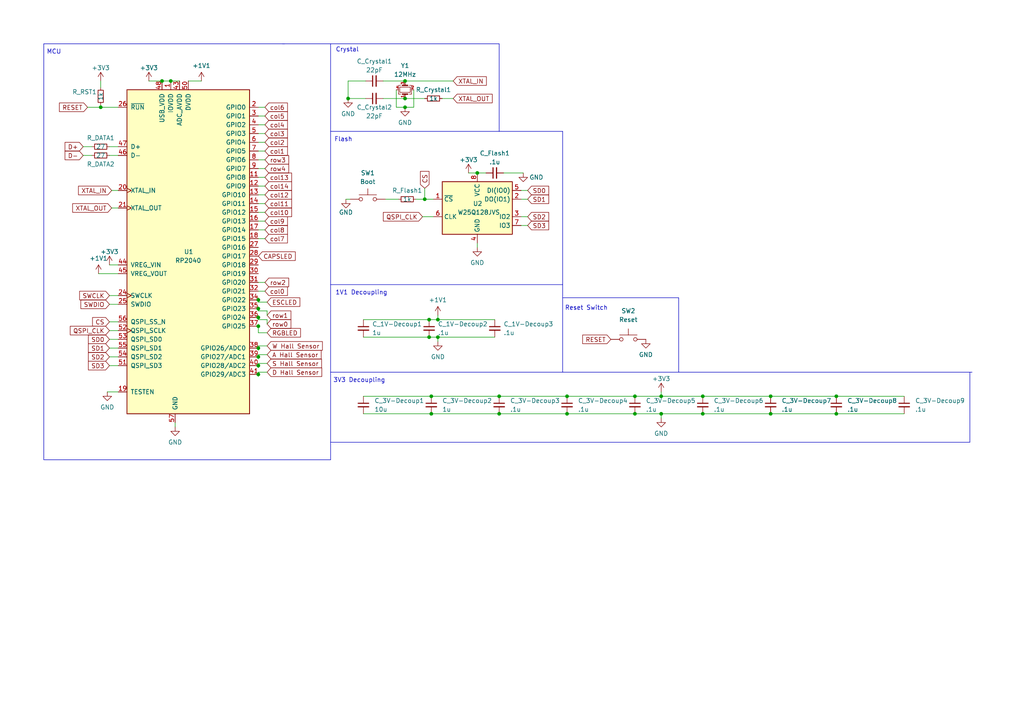
<source format=kicad_sch>
(kicad_sch (version 20230121) (generator eeschema)

  (uuid 20929fee-dfff-4e14-a517-9c844ef4840c)

  (paper "A4")

  (title_block
    (title "SST60 - Multi-layout 60% pcb")
    (date "2022-07-25")
    (rev "1.0")
  )

  (lib_symbols
    (symbol "Device:C_Small" (pin_numbers hide) (pin_names (offset 0.254) hide) (in_bom yes) (on_board yes)
      (property "Reference" "C" (at 0.254 1.778 0)
        (effects (font (size 1.27 1.27)) (justify left))
      )
      (property "Value" "C_Small" (at 0.254 -2.032 0)
        (effects (font (size 1.27 1.27)) (justify left))
      )
      (property "Footprint" "" (at 0 0 0)
        (effects (font (size 1.27 1.27)) hide)
      )
      (property "Datasheet" "~" (at 0 0 0)
        (effects (font (size 1.27 1.27)) hide)
      )
      (property "ki_keywords" "capacitor cap" (at 0 0 0)
        (effects (font (size 1.27 1.27)) hide)
      )
      (property "ki_description" "Unpolarized capacitor, small symbol" (at 0 0 0)
        (effects (font (size 1.27 1.27)) hide)
      )
      (property "ki_fp_filters" "C_*" (at 0 0 0)
        (effects (font (size 1.27 1.27)) hide)
      )
      (symbol "C_Small_0_1"
        (polyline
          (pts
            (xy -1.524 -0.508)
            (xy 1.524 -0.508)
          )
          (stroke (width 0.3302) (type default))
          (fill (type none))
        )
        (polyline
          (pts
            (xy -1.524 0.508)
            (xy 1.524 0.508)
          )
          (stroke (width 0.3048) (type default))
          (fill (type none))
        )
      )
      (symbol "C_Small_1_1"
        (pin passive line (at 0 2.54 270) (length 2.032)
          (name "~" (effects (font (size 1.27 1.27))))
          (number "1" (effects (font (size 1.27 1.27))))
        )
        (pin passive line (at 0 -2.54 90) (length 2.032)
          (name "~" (effects (font (size 1.27 1.27))))
          (number "2" (effects (font (size 1.27 1.27))))
        )
      )
    )
    (symbol "Device:Crystal_GND24_Small" (pin_names (offset 1.016) hide) (in_bom yes) (on_board yes)
      (property "Reference" "Y" (at 1.27 4.445 0)
        (effects (font (size 1.27 1.27)) (justify left))
      )
      (property "Value" "Crystal_GND24_Small" (at 1.27 2.54 0)
        (effects (font (size 1.27 1.27)) (justify left))
      )
      (property "Footprint" "" (at 0 0 0)
        (effects (font (size 1.27 1.27)) hide)
      )
      (property "Datasheet" "~" (at 0 0 0)
        (effects (font (size 1.27 1.27)) hide)
      )
      (property "ki_keywords" "quartz ceramic resonator oscillator" (at 0 0 0)
        (effects (font (size 1.27 1.27)) hide)
      )
      (property "ki_description" "Four pin crystal, GND on pins 2 and 4, small symbol" (at 0 0 0)
        (effects (font (size 1.27 1.27)) hide)
      )
      (property "ki_fp_filters" "Crystal*" (at 0 0 0)
        (effects (font (size 1.27 1.27)) hide)
      )
      (symbol "Crystal_GND24_Small_0_1"
        (rectangle (start -0.762 -1.524) (end 0.762 1.524)
          (stroke (width 0) (type default))
          (fill (type none))
        )
        (polyline
          (pts
            (xy -1.27 -0.762)
            (xy -1.27 0.762)
          )
          (stroke (width 0.381) (type default))
          (fill (type none))
        )
        (polyline
          (pts
            (xy 1.27 -0.762)
            (xy 1.27 0.762)
          )
          (stroke (width 0.381) (type default))
          (fill (type none))
        )
        (polyline
          (pts
            (xy -1.27 -1.27)
            (xy -1.27 -1.905)
            (xy 1.27 -1.905)
            (xy 1.27 -1.27)
          )
          (stroke (width 0) (type default))
          (fill (type none))
        )
        (polyline
          (pts
            (xy -1.27 1.27)
            (xy -1.27 1.905)
            (xy 1.27 1.905)
            (xy 1.27 1.27)
          )
          (stroke (width 0) (type default))
          (fill (type none))
        )
      )
      (symbol "Crystal_GND24_Small_1_1"
        (pin passive line (at -2.54 0 0) (length 1.27)
          (name "1" (effects (font (size 1.27 1.27))))
          (number "1" (effects (font (size 0.762 0.762))))
        )
        (pin passive line (at 0 -2.54 90) (length 0.635)
          (name "2" (effects (font (size 1.27 1.27))))
          (number "2" (effects (font (size 0.762 0.762))))
        )
        (pin passive line (at 2.54 0 180) (length 1.27)
          (name "3" (effects (font (size 1.27 1.27))))
          (number "3" (effects (font (size 0.762 0.762))))
        )
        (pin passive line (at 0 2.54 270) (length 0.635)
          (name "4" (effects (font (size 1.27 1.27))))
          (number "4" (effects (font (size 0.762 0.762))))
        )
      )
    )
    (symbol "Device:R_Small" (pin_numbers hide) (pin_names (offset 0.254) hide) (in_bom yes) (on_board yes)
      (property "Reference" "R" (at 0.762 0.508 0)
        (effects (font (size 1.27 1.27)) (justify left))
      )
      (property "Value" "R_Small" (at 0.762 -1.016 0)
        (effects (font (size 1.27 1.27)) (justify left))
      )
      (property "Footprint" "" (at 0 0 0)
        (effects (font (size 1.27 1.27)) hide)
      )
      (property "Datasheet" "~" (at 0 0 0)
        (effects (font (size 1.27 1.27)) hide)
      )
      (property "ki_keywords" "R resistor" (at 0 0 0)
        (effects (font (size 1.27 1.27)) hide)
      )
      (property "ki_description" "Resistor, small symbol" (at 0 0 0)
        (effects (font (size 1.27 1.27)) hide)
      )
      (property "ki_fp_filters" "R_*" (at 0 0 0)
        (effects (font (size 1.27 1.27)) hide)
      )
      (symbol "R_Small_0_1"
        (rectangle (start -0.762 1.778) (end 0.762 -1.778)
          (stroke (width 0.2032) (type default))
          (fill (type none))
        )
      )
      (symbol "R_Small_1_1"
        (pin passive line (at 0 2.54 270) (length 0.762)
          (name "~" (effects (font (size 1.27 1.27))))
          (number "1" (effects (font (size 1.27 1.27))))
        )
        (pin passive line (at 0 -2.54 90) (length 0.762)
          (name "~" (effects (font (size 1.27 1.27))))
          (number "2" (effects (font (size 1.27 1.27))))
        )
      )
    )
    (symbol "Memory_Flash:W25Q128JVS" (in_bom yes) (on_board yes)
      (property "Reference" "U" (at -8.89 8.89 0)
        (effects (font (size 1.27 1.27)))
      )
      (property "Value" "W25Q128JVS" (at 7.62 8.89 0)
        (effects (font (size 1.27 1.27)))
      )
      (property "Footprint" "Package_SO:SOIC-8_5.23x5.23mm_P1.27mm" (at 0 0 0)
        (effects (font (size 1.27 1.27)) hide)
      )
      (property "Datasheet" "http://www.winbond.com/resource-files/w25q128jv_dtr%20revc%2003272018%20plus.pdf" (at 0 0 0)
        (effects (font (size 1.27 1.27)) hide)
      )
      (property "ki_keywords" "flash memory SPI QPI DTR" (at 0 0 0)
        (effects (font (size 1.27 1.27)) hide)
      )
      (property "ki_description" "128Mb Serial Flash Memory, Standard/Dual/Quad SPI, SOIC-8" (at 0 0 0)
        (effects (font (size 1.27 1.27)) hide)
      )
      (property "ki_fp_filters" "SOIC*5.23x5.23mm*P1.27mm*" (at 0 0 0)
        (effects (font (size 1.27 1.27)) hide)
      )
      (symbol "W25Q128JVS_0_1"
        (rectangle (start -10.16 7.62) (end 10.16 -7.62)
          (stroke (width 0.254) (type default))
          (fill (type background))
        )
      )
      (symbol "W25Q128JVS_1_1"
        (pin input line (at -12.7 2.54 0) (length 2.54)
          (name "~{CS}" (effects (font (size 1.27 1.27))))
          (number "1" (effects (font (size 1.27 1.27))))
        )
        (pin bidirectional line (at 12.7 2.54 180) (length 2.54)
          (name "DO(IO1)" (effects (font (size 1.27 1.27))))
          (number "2" (effects (font (size 1.27 1.27))))
        )
        (pin bidirectional line (at 12.7 -2.54 180) (length 2.54)
          (name "IO2" (effects (font (size 1.27 1.27))))
          (number "3" (effects (font (size 1.27 1.27))))
        )
        (pin power_in line (at 0 -10.16 90) (length 2.54)
          (name "GND" (effects (font (size 1.27 1.27))))
          (number "4" (effects (font (size 1.27 1.27))))
        )
        (pin bidirectional line (at 12.7 5.08 180) (length 2.54)
          (name "DI(IO0)" (effects (font (size 1.27 1.27))))
          (number "5" (effects (font (size 1.27 1.27))))
        )
        (pin input line (at -12.7 -2.54 0) (length 2.54)
          (name "CLK" (effects (font (size 1.27 1.27))))
          (number "6" (effects (font (size 1.27 1.27))))
        )
        (pin bidirectional line (at 12.7 -5.08 180) (length 2.54)
          (name "IO3" (effects (font (size 1.27 1.27))))
          (number "7" (effects (font (size 1.27 1.27))))
        )
        (pin power_in line (at 0 10.16 270) (length 2.54)
          (name "VCC" (effects (font (size 1.27 1.27))))
          (number "8" (effects (font (size 1.27 1.27))))
        )
      )
    )
    (symbol "Switch:SW_Push" (pin_numbers hide) (pin_names (offset 1.016) hide) (in_bom yes) (on_board yes)
      (property "Reference" "SW" (at 1.27 2.54 0)
        (effects (font (size 1.27 1.27)) (justify left))
      )
      (property "Value" "SW_Push" (at 0 -1.524 0)
        (effects (font (size 1.27 1.27)))
      )
      (property "Footprint" "" (at 0 5.08 0)
        (effects (font (size 1.27 1.27)) hide)
      )
      (property "Datasheet" "~" (at 0 5.08 0)
        (effects (font (size 1.27 1.27)) hide)
      )
      (property "ki_keywords" "switch normally-open pushbutton push-button" (at 0 0 0)
        (effects (font (size 1.27 1.27)) hide)
      )
      (property "ki_description" "Push button switch, generic, two pins" (at 0 0 0)
        (effects (font (size 1.27 1.27)) hide)
      )
      (symbol "SW_Push_0_1"
        (circle (center -2.032 0) (radius 0.508)
          (stroke (width 0) (type default))
          (fill (type none))
        )
        (polyline
          (pts
            (xy 0 1.27)
            (xy 0 3.048)
          )
          (stroke (width 0) (type default))
          (fill (type none))
        )
        (polyline
          (pts
            (xy 2.54 1.27)
            (xy -2.54 1.27)
          )
          (stroke (width 0) (type default))
          (fill (type none))
        )
        (circle (center 2.032 0) (radius 0.508)
          (stroke (width 0) (type default))
          (fill (type none))
        )
        (pin passive line (at -5.08 0 0) (length 2.54)
          (name "1" (effects (font (size 1.27 1.27))))
          (number "1" (effects (font (size 1.27 1.27))))
        )
        (pin passive line (at 5.08 0 180) (length 2.54)
          (name "2" (effects (font (size 1.27 1.27))))
          (number "2" (effects (font (size 1.27 1.27))))
        )
      )
    )
    (symbol "cipulot_parts:RP2040" (pin_names (offset 1.016)) (in_bom yes) (on_board yes)
      (property "Reference" "U" (at 8.89 51.435 0)
        (effects (font (size 1.27 1.27)) (justify left bottom))
      )
      (property "Value" "RP2040" (at 8.89 48.895 0)
        (effects (font (size 1.27 1.27)) (justify left bottom))
      )
      (property "Footprint" "cipulot_parts:RP2040-QFN-56" (at -20.32 62.23 0)
        (effects (font (size 1.27 1.27)) (justify left bottom) hide)
      )
      (property "Datasheet" "https://datasheets.raspberrypi.com/rp2040/rp2040-datasheet.pdf" (at -20.32 62.23 0)
        (effects (font (size 1.27 1.27)) (justify left bottom) hide)
      )
      (property "ki_keywords" "raspberry pi 2040" (at 0 0 0)
        (effects (font (size 1.27 1.27)) hide)
      )
      (symbol "RP2040_0_0"
        (rectangle (start -17.78 -45.72) (end 17.78 48.26)
          (stroke (width 0.254) (type default))
          (fill (type background))
        )
      )
      (symbol "RP2040_1_1"
        (pin power_in line (at -5.08 50.8 270) (length 2.54)
          (name "IOVDD" (effects (font (size 1.27 1.27))))
          (number "1" (effects (font (size 1.27 1.27))))
        )
        (pin power_in line (at -5.08 50.8 270) (length 2.54) hide
          (name "IOVDD" (effects (font (size 1.27 1.27))))
          (number "10" (effects (font (size 1.27 1.27))))
        )
        (pin input line (at 20.32 22.86 180) (length 2.54)
          (name "GPIO8" (effects (font (size 1.27 1.27))))
          (number "11" (effects (font (size 1.27 1.27))))
        )
        (pin input line (at 20.32 20.32 180) (length 2.54)
          (name "GPIO9" (effects (font (size 1.27 1.27))))
          (number "12" (effects (font (size 1.27 1.27))))
        )
        (pin input line (at 20.32 17.78 180) (length 2.54)
          (name "GPIO10" (effects (font (size 1.27 1.27))))
          (number "13" (effects (font (size 1.27 1.27))))
        )
        (pin input line (at 20.32 15.24 180) (length 2.54)
          (name "GPIO11" (effects (font (size 1.27 1.27))))
          (number "14" (effects (font (size 1.27 1.27))))
        )
        (pin input line (at 20.32 12.7 180) (length 2.54)
          (name "GPIO12" (effects (font (size 1.27 1.27))))
          (number "15" (effects (font (size 1.27 1.27))))
        )
        (pin input line (at 20.32 10.16 180) (length 2.54)
          (name "GPIO13" (effects (font (size 1.27 1.27))))
          (number "16" (effects (font (size 1.27 1.27))))
        )
        (pin input line (at 20.32 7.62 180) (length 2.54)
          (name "GPIO14" (effects (font (size 1.27 1.27))))
          (number "17" (effects (font (size 1.27 1.27))))
        )
        (pin input line (at 20.32 5.08 180) (length 2.54)
          (name "GPIO15" (effects (font (size 1.27 1.27))))
          (number "18" (effects (font (size 1.27 1.27))))
        )
        (pin input line (at -20.32 -39.37 0) (length 2.54)
          (name "TESTEN" (effects (font (size 1.27 1.27))))
          (number "19" (effects (font (size 1.27 1.27))))
        )
        (pin input line (at 20.32 43.18 180) (length 2.54)
          (name "GPIO0" (effects (font (size 1.27 1.27))))
          (number "2" (effects (font (size 1.27 1.27))))
        )
        (pin input clock (at -20.32 19.05 0) (length 2.54)
          (name "XTAL_IN" (effects (font (size 1.27 1.27))))
          (number "20" (effects (font (size 1.27 1.27))))
        )
        (pin input clock (at -20.32 13.97 0) (length 2.54)
          (name "XTAL_OUT" (effects (font (size 1.27 1.27))))
          (number "21" (effects (font (size 1.27 1.27))))
        )
        (pin power_in line (at -5.08 50.8 270) (length 2.54) hide
          (name "IOVDD" (effects (font (size 1.27 1.27))))
          (number "22" (effects (font (size 1.27 1.27))))
        )
        (pin power_in line (at 0 50.8 270) (length 2.54) hide
          (name "DVDD" (effects (font (size 1.27 1.27))))
          (number "23" (effects (font (size 1.27 1.27))))
        )
        (pin input clock (at -20.32 -11.43 0) (length 2.54)
          (name "SWCLK" (effects (font (size 1.27 1.27))))
          (number "24" (effects (font (size 1.27 1.27))))
        )
        (pin bidirectional line (at -20.32 -13.97 0) (length 2.54)
          (name "SWDIO" (effects (font (size 1.27 1.27))))
          (number "25" (effects (font (size 1.27 1.27))))
        )
        (pin input line (at -20.32 43.18 0) (length 2.54)
          (name "~{RUN}" (effects (font (size 1.27 1.27))))
          (number "26" (effects (font (size 1.27 1.27))))
        )
        (pin input line (at 20.32 2.54 180) (length 2.54)
          (name "GPIO16" (effects (font (size 1.27 1.27))))
          (number "27" (effects (font (size 1.27 1.27))))
        )
        (pin input line (at 20.32 0 180) (length 2.54)
          (name "GPIO17" (effects (font (size 1.27 1.27))))
          (number "28" (effects (font (size 1.27 1.27))))
        )
        (pin input line (at 20.32 -2.54 180) (length 2.54)
          (name "GPIO18" (effects (font (size 1.27 1.27))))
          (number "29" (effects (font (size 1.27 1.27))))
        )
        (pin input line (at 20.32 40.64 180) (length 2.54)
          (name "GPIO1" (effects (font (size 1.27 1.27))))
          (number "3" (effects (font (size 1.27 1.27))))
        )
        (pin input line (at 20.32 -5.08 180) (length 2.54)
          (name "GPIO19" (effects (font (size 1.27 1.27))))
          (number "30" (effects (font (size 1.27 1.27))))
        )
        (pin input line (at 20.32 -7.62 180) (length 2.54)
          (name "GPIO20" (effects (font (size 1.27 1.27))))
          (number "31" (effects (font (size 1.27 1.27))))
        )
        (pin input line (at 20.32 -10.16 180) (length 2.54)
          (name "GPIO21" (effects (font (size 1.27 1.27))))
          (number "32" (effects (font (size 1.27 1.27))))
        )
        (pin power_in line (at -5.08 50.8 270) (length 2.54) hide
          (name "IOVDD" (effects (font (size 1.27 1.27))))
          (number "33" (effects (font (size 1.27 1.27))))
        )
        (pin input line (at 20.32 -12.7 180) (length 2.54)
          (name "GPIO22" (effects (font (size 1.27 1.27))))
          (number "34" (effects (font (size 1.27 1.27))))
        )
        (pin input line (at 20.32 -15.24 180) (length 2.54)
          (name "GPIO23" (effects (font (size 1.27 1.27))))
          (number "35" (effects (font (size 1.27 1.27))))
        )
        (pin input line (at 20.32 -17.78 180) (length 2.54)
          (name "GPIO24" (effects (font (size 1.27 1.27))))
          (number "36" (effects (font (size 1.27 1.27))))
        )
        (pin input line (at 20.32 -20.32 180) (length 2.54)
          (name "GPIO25" (effects (font (size 1.27 1.27))))
          (number "37" (effects (font (size 1.27 1.27))))
        )
        (pin input line (at 20.32 -26.67 180) (length 2.54)
          (name "GPIO26/ADC0" (effects (font (size 1.27 1.27))))
          (number "38" (effects (font (size 1.27 1.27))))
        )
        (pin input line (at 20.32 -29.21 180) (length 2.54)
          (name "GPIO27/ADC1" (effects (font (size 1.27 1.27))))
          (number "39" (effects (font (size 1.27 1.27))))
        )
        (pin input line (at 20.32 38.1 180) (length 2.54)
          (name "GPIO2" (effects (font (size 1.27 1.27))))
          (number "4" (effects (font (size 1.27 1.27))))
        )
        (pin input line (at 20.32 -31.75 180) (length 2.54)
          (name "GPIO28/ADC2" (effects (font (size 1.27 1.27))))
          (number "40" (effects (font (size 1.27 1.27))))
        )
        (pin input line (at 20.32 -34.29 180) (length 2.54)
          (name "GPIO29/ADC3" (effects (font (size 1.27 1.27))))
          (number "41" (effects (font (size 1.27 1.27))))
        )
        (pin power_in line (at -5.08 50.8 270) (length 2.54) hide
          (name "IOVDD" (effects (font (size 1.27 1.27))))
          (number "42" (effects (font (size 1.27 1.27))))
        )
        (pin power_in line (at -2.54 50.8 270) (length 2.54)
          (name "ADC_AVDD" (effects (font (size 1.27 1.27))))
          (number "43" (effects (font (size 1.27 1.27))))
        )
        (pin power_in line (at -20.32 -2.54 0) (length 2.54)
          (name "VREG_VIN" (effects (font (size 1.27 1.27))))
          (number "44" (effects (font (size 1.27 1.27))))
        )
        (pin power_out line (at -20.32 -5.08 0) (length 2.54)
          (name "VREG_VOUT" (effects (font (size 1.27 1.27))))
          (number "45" (effects (font (size 1.27 1.27))))
        )
        (pin bidirectional line (at -20.32 29.21 0) (length 2.54)
          (name "D-" (effects (font (size 1.27 1.27))))
          (number "46" (effects (font (size 1.27 1.27))))
        )
        (pin bidirectional line (at -20.32 31.75 0) (length 2.54)
          (name "D+" (effects (font (size 1.27 1.27))))
          (number "47" (effects (font (size 1.27 1.27))))
        )
        (pin power_in line (at -7.62 50.8 270) (length 2.54)
          (name "USB_VDD" (effects (font (size 1.27 1.27))))
          (number "48" (effects (font (size 1.27 1.27))))
        )
        (pin power_in line (at -5.08 50.8 270) (length 2.54) hide
          (name "IOVDD" (effects (font (size 1.27 1.27))))
          (number "49" (effects (font (size 1.27 1.27))))
        )
        (pin input line (at 20.32 35.56 180) (length 2.54)
          (name "GPIO3" (effects (font (size 1.27 1.27))))
          (number "5" (effects (font (size 1.27 1.27))))
        )
        (pin power_in line (at 0 50.8 270) (length 2.54)
          (name "DVDD" (effects (font (size 1.27 1.27))))
          (number "50" (effects (font (size 1.27 1.27))))
        )
        (pin bidirectional line (at -20.32 -31.75 0) (length 2.54)
          (name "QSPI_SD3" (effects (font (size 1.27 1.27))))
          (number "51" (effects (font (size 1.27 1.27))))
        )
        (pin input clock (at -20.32 -21.59 0) (length 2.54)
          (name "QSPI_SCLK" (effects (font (size 1.27 1.27))))
          (number "52" (effects (font (size 1.27 1.27))))
        )
        (pin bidirectional line (at -20.32 -24.13 0) (length 2.54)
          (name "QSPI_SD0" (effects (font (size 1.27 1.27))))
          (number "53" (effects (font (size 1.27 1.27))))
        )
        (pin bidirectional line (at -20.32 -29.21 0) (length 2.54)
          (name "QSPI_SD2" (effects (font (size 1.27 1.27))))
          (number "54" (effects (font (size 1.27 1.27))))
        )
        (pin bidirectional line (at -20.32 -26.67 0) (length 2.54)
          (name "QSPI_SD1" (effects (font (size 1.27 1.27))))
          (number "55" (effects (font (size 1.27 1.27))))
        )
        (pin bidirectional line (at -20.32 -19.05 0) (length 2.54)
          (name "QSPI_SS_N" (effects (font (size 1.27 1.27))))
          (number "56" (effects (font (size 1.27 1.27))))
        )
        (pin power_in line (at -3.81 -48.26 90) (length 2.54)
          (name "GND" (effects (font (size 1.27 1.27))))
          (number "57" (effects (font (size 1.27 1.27))))
        )
        (pin input line (at 20.32 33.02 180) (length 2.54)
          (name "GPIO4" (effects (font (size 1.27 1.27))))
          (number "6" (effects (font (size 1.27 1.27))))
        )
        (pin input line (at 20.32 30.48 180) (length 2.54)
          (name "GPIO5" (effects (font (size 1.27 1.27))))
          (number "7" (effects (font (size 1.27 1.27))))
        )
        (pin input line (at 20.32 27.94 180) (length 2.54)
          (name "GPIO6" (effects (font (size 1.27 1.27))))
          (number "8" (effects (font (size 1.27 1.27))))
        )
        (pin input line (at 20.32 25.4 180) (length 2.54)
          (name "GPIO7" (effects (font (size 1.27 1.27))))
          (number "9" (effects (font (size 1.27 1.27))))
        )
      )
    )
    (symbol "power:+1V1" (power) (pin_names (offset 0)) (in_bom yes) (on_board yes)
      (property "Reference" "#PWR" (at 0 -3.81 0)
        (effects (font (size 1.27 1.27)) hide)
      )
      (property "Value" "+1V1" (at 0 3.556 0)
        (effects (font (size 1.27 1.27)))
      )
      (property "Footprint" "" (at 0 0 0)
        (effects (font (size 1.27 1.27)) hide)
      )
      (property "Datasheet" "" (at 0 0 0)
        (effects (font (size 1.27 1.27)) hide)
      )
      (property "ki_keywords" "power-flag" (at 0 0 0)
        (effects (font (size 1.27 1.27)) hide)
      )
      (property "ki_description" "Power symbol creates a global label with name \"+1V1\"" (at 0 0 0)
        (effects (font (size 1.27 1.27)) hide)
      )
      (symbol "+1V1_0_1"
        (polyline
          (pts
            (xy -0.762 1.27)
            (xy 0 2.54)
          )
          (stroke (width 0) (type default))
          (fill (type none))
        )
        (polyline
          (pts
            (xy 0 0)
            (xy 0 2.54)
          )
          (stroke (width 0) (type default))
          (fill (type none))
        )
        (polyline
          (pts
            (xy 0 2.54)
            (xy 0.762 1.27)
          )
          (stroke (width 0) (type default))
          (fill (type none))
        )
      )
      (symbol "+1V1_1_1"
        (pin power_in line (at 0 0 90) (length 0) hide
          (name "+1V1" (effects (font (size 1.27 1.27))))
          (number "1" (effects (font (size 1.27 1.27))))
        )
      )
    )
    (symbol "power:+3V3" (power) (pin_names (offset 0)) (in_bom yes) (on_board yes)
      (property "Reference" "#PWR" (at 0 -3.81 0)
        (effects (font (size 1.27 1.27)) hide)
      )
      (property "Value" "+3V3" (at 0 3.556 0)
        (effects (font (size 1.27 1.27)))
      )
      (property "Footprint" "" (at 0 0 0)
        (effects (font (size 1.27 1.27)) hide)
      )
      (property "Datasheet" "" (at 0 0 0)
        (effects (font (size 1.27 1.27)) hide)
      )
      (property "ki_keywords" "power-flag" (at 0 0 0)
        (effects (font (size 1.27 1.27)) hide)
      )
      (property "ki_description" "Power symbol creates a global label with name \"+3V3\"" (at 0 0 0)
        (effects (font (size 1.27 1.27)) hide)
      )
      (symbol "+3V3_0_1"
        (polyline
          (pts
            (xy -0.762 1.27)
            (xy 0 2.54)
          )
          (stroke (width 0) (type default))
          (fill (type none))
        )
        (polyline
          (pts
            (xy 0 0)
            (xy 0 2.54)
          )
          (stroke (width 0) (type default))
          (fill (type none))
        )
        (polyline
          (pts
            (xy 0 2.54)
            (xy 0.762 1.27)
          )
          (stroke (width 0) (type default))
          (fill (type none))
        )
      )
      (symbol "+3V3_1_1"
        (pin power_in line (at 0 0 90) (length 0) hide
          (name "+3V3" (effects (font (size 1.27 1.27))))
          (number "1" (effects (font (size 1.27 1.27))))
        )
      )
    )
    (symbol "power:GND" (power) (pin_names (offset 0)) (in_bom yes) (on_board yes)
      (property "Reference" "#PWR" (at 0 -6.35 0)
        (effects (font (size 1.27 1.27)) hide)
      )
      (property "Value" "GND" (at 0 -3.81 0)
        (effects (font (size 1.27 1.27)))
      )
      (property "Footprint" "" (at 0 0 0)
        (effects (font (size 1.27 1.27)) hide)
      )
      (property "Datasheet" "" (at 0 0 0)
        (effects (font (size 1.27 1.27)) hide)
      )
      (property "ki_keywords" "power-flag" (at 0 0 0)
        (effects (font (size 1.27 1.27)) hide)
      )
      (property "ki_description" "Power symbol creates a global label with name \"GND\" , ground" (at 0 0 0)
        (effects (font (size 1.27 1.27)) hide)
      )
      (symbol "GND_0_1"
        (polyline
          (pts
            (xy 0 0)
            (xy 0 -1.27)
            (xy 1.27 -1.27)
            (xy 0 -2.54)
            (xy -1.27 -1.27)
            (xy 0 -1.27)
          )
          (stroke (width 0) (type default))
          (fill (type none))
        )
      )
      (symbol "GND_1_1"
        (pin power_in line (at 0 0 270) (length 0) hide
          (name "GND" (effects (font (size 1.27 1.27))))
          (number "1" (effects (font (size 1.27 1.27))))
        )
      )
    )
  )

  (junction (at 223.52 120.015) (diameter 0) (color 0 0 0 0)
    (uuid 053b6d22-8203-44e9-aac3-48d67a8e400c)
  )
  (junction (at 74.93 92.075) (diameter 0) (color 0 0 0 0)
    (uuid 09b79e32-667b-4420-b09e-7c937bcbf2d6)
  )
  (junction (at 144.78 114.935) (diameter 0) (color 0 0 0 0)
    (uuid 0f126a3c-c3bf-427c-a759-23f0d655e711)
  )
  (junction (at 184.15 114.935) (diameter 0) (color 0 0 0 0)
    (uuid 10075369-4021-44ba-81f6-1207452b1e6d)
  )
  (junction (at 74.93 103.505) (diameter 0) (color 0 0 0 0)
    (uuid 16f9f5dc-85f0-4d7b-9991-0162780e49f2)
  )
  (junction (at 138.43 50.165) (diameter 0) (color 0 0 0 0)
    (uuid 2d0a375e-0a60-4c59-bc96-4b081080f126)
  )
  (junction (at 117.475 28.575) (diameter 0) (color 0 0 0 0)
    (uuid 2e9e4fc4-409b-4faf-b373-41a8f51b257e)
  )
  (junction (at 203.835 114.935) (diameter 0) (color 0 0 0 0)
    (uuid 2f58513a-98f3-4b04-9e42-1122c6376f47)
  )
  (junction (at 74.93 94.615) (diameter 0) (color 0 0 0 0)
    (uuid 37fce000-221c-41a0-8674-b3672d404015)
  )
  (junction (at 74.93 108.585) (diameter 0) (color 0 0 0 0)
    (uuid 3d78cd66-597f-4825-87b9-0f2cf9ae01e6)
  )
  (junction (at 49.53 23.495) (diameter 0) (color 0 0 0 0)
    (uuid 4c87fa51-1f1a-4389-8fcd-06112fd3e7a8)
  )
  (junction (at 164.465 120.015) (diameter 0) (color 0 0 0 0)
    (uuid 4dd1c050-8c8a-4527-b16e-51f1a21dc227)
  )
  (junction (at 127 92.71) (diameter 0) (color 0 0 0 0)
    (uuid 4ffb7cfa-d810-4136-88d5-482bbc16b992)
  )
  (junction (at 74.93 106.045) (diameter 0) (color 0 0 0 0)
    (uuid 58ab5301-0e07-4484-9051-3f0d0ac167f9)
  )
  (junction (at 127 97.79) (diameter 0) (color 0 0 0 0)
    (uuid 5d125b15-6f24-4dc1-a479-00066f9784b9)
  )
  (junction (at 117.475 31.115) (diameter 0) (color 0 0 0 0)
    (uuid 74e179ea-eedf-4eca-9277-7b1f1d35d55a)
  )
  (junction (at 29.21 31.115) (diameter 0) (color 0 0 0 0)
    (uuid 77e74d92-3fd6-46e0-af00-993a12c85c1b)
  )
  (junction (at 164.465 114.935) (diameter 0) (color 0 0 0 0)
    (uuid 79c13ff9-9c98-48e2-b269-02fe9ca9ad28)
  )
  (junction (at 74.93 100.965) (diameter 0) (color 0 0 0 0)
    (uuid 9952fed9-a7a3-4c8d-994f-00aa855d6e00)
  )
  (junction (at 191.77 120.015) (diameter 0) (color 0 0 0 0)
    (uuid 9ad720db-2f3d-4e95-a7c5-4bd1e0770166)
  )
  (junction (at 74.93 86.995) (diameter 0) (color 0 0 0 0)
    (uuid a5d98293-92ea-4286-add3-e366d1effab5)
  )
  (junction (at 125.095 120.015) (diameter 0) (color 0 0 0 0)
    (uuid a95f040d-cdb5-48ae-b015-74c967f8b71d)
  )
  (junction (at 124.46 97.79) (diameter 0) (color 0 0 0 0)
    (uuid bc518541-d2b0-4fe8-b7b7-8e34ef681584)
  )
  (junction (at 125.095 114.935) (diameter 0) (color 0 0 0 0)
    (uuid c0f8e203-3d85-4d5e-bbf8-0a1cf32bcf1b)
  )
  (junction (at 144.78 120.015) (diameter 0) (color 0 0 0 0)
    (uuid c25ff84d-c0c5-4abb-8413-e9f2ff2f4691)
  )
  (junction (at 242.57 114.935) (diameter 0) (color 0 0 0 0)
    (uuid c3bbd960-925c-46aa-acc6-6233e06b8907)
  )
  (junction (at 74.93 89.535) (diameter 0) (color 0 0 0 0)
    (uuid c7e9189b-bb73-41a4-8723-4614b87ceb08)
  )
  (junction (at 191.77 114.935) (diameter 0) (color 0 0 0 0)
    (uuid ca8eda19-4dea-4e44-b1d7-b38bd19405a5)
  )
  (junction (at 203.835 120.015) (diameter 0) (color 0 0 0 0)
    (uuid d5af5f99-1b37-462e-96c2-a9d162236bbc)
  )
  (junction (at 46.99 23.495) (diameter 0) (color 0 0 0 0)
    (uuid d7420fed-d547-4c1d-9e16-6283ed022bec)
  )
  (junction (at 124.46 92.71) (diameter 0) (color 0 0 0 0)
    (uuid d76cfbfc-4f86-4ddf-9c53-a986ab15cb5b)
  )
  (junction (at 223.52 114.935) (diameter 0) (color 0 0 0 0)
    (uuid dc9a3f32-394b-4c33-a552-07e9afb71a1f)
  )
  (junction (at 123.19 57.785) (diameter 0) (color 0 0 0 0)
    (uuid e70e6361-6751-4a62-b41b-4bf0a63b184a)
  )
  (junction (at 100.965 28.575) (diameter 0) (color 0 0 0 0)
    (uuid eac1636a-b64a-4d41-a6f7-dc0eac9bd2f6)
  )
  (junction (at 242.57 120.015) (diameter 0) (color 0 0 0 0)
    (uuid f55f605a-e8f5-45d6-9cd7-31d5cfb5b942)
  )
  (junction (at 184.15 120.015) (diameter 0) (color 0 0 0 0)
    (uuid fdc09525-5a09-4414-936b-70d3d178d3f8)
  )
  (junction (at 117.475 23.495) (diameter 0) (color 0 0 0 0)
    (uuid ff677271-1901-42de-8668-fe56e7ffc3a1)
  )

  (polyline (pts (xy 163.195 107.95) (xy 281.94 107.95))
    (stroke (width 0) (type default))
    (uuid 0109518b-51c2-4077-bade-f7eb026c4cdc)
  )

  (wire (pts (xy 74.93 94.615) (xy 74.93 96.52))
    (stroke (width 0) (type default))
    (uuid 01158a8c-0d02-4062-a40f-a50f55da2559)
  )
  (wire (pts (xy 31.75 85.725) (xy 34.29 85.725))
    (stroke (width 0) (type default))
    (uuid 022459de-5084-4bc0-9064-73059a98c45f)
  )
  (wire (pts (xy 111.125 28.575) (xy 117.475 28.575))
    (stroke (width 0) (type default))
    (uuid 025c6046-d921-4fa4-8162-5569bf99f466)
  )
  (wire (pts (xy 125.095 114.935) (xy 144.78 114.935))
    (stroke (width 0) (type default))
    (uuid 0320eeb2-6a91-4d2d-9032-8bc9cc0cb72d)
  )
  (wire (pts (xy 122.555 62.865) (xy 125.73 62.865))
    (stroke (width 0) (type default))
    (uuid 035eb717-c155-495b-950f-483b06358b6e)
  )
  (wire (pts (xy 74.93 104.14) (xy 74.93 103.505))
    (stroke (width 0) (type default))
    (uuid 03c688f1-21d0-4858-a045-7a00f8381c49)
  )
  (wire (pts (xy 31.75 88.265) (xy 34.29 88.265))
    (stroke (width 0) (type default))
    (uuid 08feb49c-663a-4b96-bcf9-7ed98fee5ec8)
  )
  (wire (pts (xy 127 97.79) (xy 143.51 97.79))
    (stroke (width 0) (type default))
    (uuid 09fdd6ad-732e-4ffd-a58f-14080f6389bd)
  )
  (wire (pts (xy 29.21 31.115) (xy 34.29 31.115))
    (stroke (width 0) (type default))
    (uuid 0d7d9c29-fdd5-443e-b6ee-c645253d8459)
  )
  (wire (pts (xy 74.93 91.44) (xy 74.93 92.075))
    (stroke (width 0) (type default))
    (uuid 0e508aa1-4d8f-4383-abdf-ce0382e8ea50)
  )
  (wire (pts (xy 242.57 120.015) (xy 262.255 120.015))
    (stroke (width 0) (type default))
    (uuid 0e91e2c9-7c70-4240-a48e-b65d6ed312c5)
  )
  (wire (pts (xy 111.125 23.495) (xy 117.475 23.495))
    (stroke (width 0) (type default))
    (uuid 0f081dc0-125a-42eb-a818-87f5c049eb78)
  )
  (wire (pts (xy 74.93 53.975) (xy 76.835 53.975))
    (stroke (width 0) (type default))
    (uuid 11fa55b7-5777-4115-aa6c-172615ad56af)
  )
  (wire (pts (xy 151.13 55.245) (xy 153.035 55.245))
    (stroke (width 0) (type default))
    (uuid 1345b151-3975-46b9-84be-5105848f72b0)
  )
  (wire (pts (xy 74.93 64.135) (xy 76.835 64.135))
    (stroke (width 0) (type default))
    (uuid 14315edb-2f8c-48be-ae46-5df0234a15c8)
  )
  (wire (pts (xy 31.75 103.505) (xy 34.29 103.505))
    (stroke (width 0) (type default))
    (uuid 180f6e26-7d2e-41e4-97e4-d98d87808799)
  )
  (wire (pts (xy 74.93 106.045) (xy 74.93 105.41))
    (stroke (width 0) (type default))
    (uuid 19a9fd7a-b27a-4e20-9abc-12204aea5fe8)
  )
  (wire (pts (xy 191.77 114.935) (xy 203.835 114.935))
    (stroke (width 0) (type default))
    (uuid 19f15974-97ff-46f4-92ce-466c6d775124)
  )
  (wire (pts (xy 74.93 109.22) (xy 74.93 108.585))
    (stroke (width 0) (type default))
    (uuid 1c96eb09-cc1c-421e-b5db-97d3fadc12ab)
  )
  (wire (pts (xy 74.93 86.995) (xy 74.93 87.63))
    (stroke (width 0) (type default))
    (uuid 1d13d7a7-8dc1-4964-8cb4-d814f2da7bb5)
  )
  (wire (pts (xy 120.015 31.115) (xy 117.475 31.115))
    (stroke (width 0) (type default))
    (uuid 1dc408aa-ce8d-474a-90f6-c7c71441a6b6)
  )
  (wire (pts (xy 74.93 88.9) (xy 74.93 89.535))
    (stroke (width 0) (type default))
    (uuid 1e75b4ce-75bd-4f0e-a482-c46b6ceb0570)
  )
  (wire (pts (xy 28.575 79.375) (xy 34.29 79.375))
    (stroke (width 0) (type default))
    (uuid 1ef476ea-0778-4dbc-8a67-a0f26423c186)
  )
  (wire (pts (xy 138.43 50.165) (xy 140.97 50.165))
    (stroke (width 0) (type default))
    (uuid 1f71ad89-3368-4fcb-b9ff-4ab48b1aab67)
  )
  (wire (pts (xy 31.75 42.545) (xy 34.29 42.545))
    (stroke (width 0) (type default))
    (uuid 2057f644-6373-4ef1-bec9-7be1552334c1)
  )
  (wire (pts (xy 43.18 23.495) (xy 46.99 23.495))
    (stroke (width 0) (type default))
    (uuid 208dd38a-d770-48d2-b6eb-0830c911af6b)
  )
  (wire (pts (xy 31.75 100.965) (xy 34.29 100.965))
    (stroke (width 0) (type default))
    (uuid 222e4bdb-b12b-43be-9890-ba28aade140b)
  )
  (wire (pts (xy 105.41 120.015) (xy 125.095 120.015))
    (stroke (width 0) (type default))
    (uuid 224d52fc-9361-47f4-a489-2c8d5d012a35)
  )
  (polyline (pts (xy 144.78 12.7) (xy 144.78 38.1))
    (stroke (width 0) (type default))
    (uuid 2931501d-493c-4eea-a117-31718c6578ea)
  )

  (wire (pts (xy 100.965 28.575) (xy 100.965 23.495))
    (stroke (width 0) (type default))
    (uuid 2bbbab69-5fd8-43f5-be23-62b62214ea56)
  )
  (wire (pts (xy 77.47 90.17) (xy 77.47 91.44))
    (stroke (width 0) (type default))
    (uuid 2cb9c9b9-7be2-4b18-b5ce-cb434285c198)
  )
  (polyline (pts (xy 144.78 38.1) (xy 95.885 38.1))
    (stroke (width 0) (type default))
    (uuid 2ed43b89-c814-4ca1-98c7-d1d44e40b114)
  )

  (wire (pts (xy 24.13 42.545) (xy 26.67 42.545))
    (stroke (width 0) (type default))
    (uuid 2fd63f95-0d5f-4691-b298-ee1f4bae8885)
  )
  (wire (pts (xy 32.385 60.325) (xy 34.29 60.325))
    (stroke (width 0) (type default))
    (uuid 3117c416-db8d-4685-8e3d-c607df7152c7)
  )
  (wire (pts (xy 127 92.71) (xy 143.51 92.71))
    (stroke (width 0) (type default))
    (uuid 3127939d-c115-4de1-ab55-cc924c88e2c1)
  )
  (wire (pts (xy 74.93 41.275) (xy 76.835 41.275))
    (stroke (width 0) (type default))
    (uuid 33f2b3b3-64d5-4536-a20e-f5c1d06296b4)
  )
  (wire (pts (xy 74.93 105.41) (xy 77.47 105.41))
    (stroke (width 0) (type default))
    (uuid 341a5e67-0509-44ff-b9d1-a1d958a23ed1)
  )
  (wire (pts (xy 74.93 59.055) (xy 76.835 59.055))
    (stroke (width 0) (type default))
    (uuid 35f88ec5-f431-40f2-863f-5aa03b2c997e)
  )
  (wire (pts (xy 74.93 43.815) (xy 76.835 43.815))
    (stroke (width 0) (type default))
    (uuid 37123bc5-10c4-4dfa-ae49-200ba556b43c)
  )
  (wire (pts (xy 74.93 84.455) (xy 76.835 84.455))
    (stroke (width 0) (type default))
    (uuid 384139bd-86fc-4a6f-ab62-0a823847d71c)
  )
  (wire (pts (xy 74.93 81.915) (xy 76.835 81.915))
    (stroke (width 0) (type default))
    (uuid 38db390d-e1b8-42c5-9d06-8523792671ef)
  )
  (wire (pts (xy 50.8 122.555) (xy 50.8 123.825))
    (stroke (width 0) (type default))
    (uuid 399e9329-80a7-4ce0-a4cc-32dd64f968b9)
  )
  (polyline (pts (xy 163.195 38.1) (xy 163.195 82.55))
    (stroke (width 0) (type default))
    (uuid 3b857965-a182-4598-8607-4b34f54be044)
  )

  (wire (pts (xy 74.93 100.965) (xy 74.93 101.6))
    (stroke (width 0) (type default))
    (uuid 3e0e42d6-ff56-47a0-8f2f-6a621a43a6f4)
  )
  (polyline (pts (xy 163.195 86.36) (xy 196.85 86.36))
    (stroke (width 0) (type default))
    (uuid 3f1eef69-2779-4bbe-875a-fd2d8f8173d0)
  )

  (wire (pts (xy 49.53 23.495) (xy 52.07 23.495))
    (stroke (width 0) (type default))
    (uuid 419625a7-ae9b-4661-bdf7-992982467061)
  )
  (wire (pts (xy 203.835 114.935) (xy 223.52 114.935))
    (stroke (width 0) (type default))
    (uuid 43c3b711-03f0-4b52-85a8-dced598129d6)
  )
  (wire (pts (xy 46.99 23.495) (xy 49.53 23.495))
    (stroke (width 0) (type default))
    (uuid 45d95a89-fab7-425c-917a-0d54756a1e9a)
  )
  (wire (pts (xy 29.21 23.495) (xy 29.21 25.4))
    (stroke (width 0) (type default))
    (uuid 45f88e31-fba0-4ac9-9a99-a7b940232199)
  )
  (wire (pts (xy 74.93 92.71) (xy 77.47 92.71))
    (stroke (width 0) (type default))
    (uuid 4929f742-de35-415b-bd22-721bdc8651f0)
  )
  (polyline (pts (xy 82.55 133.35) (xy 12.7 133.35))
    (stroke (width 0) (type default))
    (uuid 4ad82520-9556-4613-8b96-8920ba0bc472)
  )

  (wire (pts (xy 74.93 87.63) (xy 77.47 87.63))
    (stroke (width 0) (type default))
    (uuid 4ad990e1-dcd2-4d11-b765-031e45353ae8)
  )
  (wire (pts (xy 74.93 51.435) (xy 76.835 51.435))
    (stroke (width 0) (type default))
    (uuid 4af1422f-495e-4a95-b0a9-6b90eea74105)
  )
  (wire (pts (xy 125.095 120.015) (xy 144.78 120.015))
    (stroke (width 0) (type default))
    (uuid 4afa36ff-8240-4270-8f8e-f8717158e03b)
  )
  (wire (pts (xy 32.385 55.245) (xy 34.29 55.245))
    (stroke (width 0) (type default))
    (uuid 4c6c330c-cc6b-4d8d-abd2-3c1da6527c9c)
  )
  (polyline (pts (xy 163.195 82.55) (xy 163.195 107.95))
    (stroke (width 0) (type default))
    (uuid 4e9e59de-5962-4a84-a063-45ed6c0fb567)
  )

  (wire (pts (xy 135.89 50.165) (xy 138.43 50.165))
    (stroke (width 0) (type default))
    (uuid 5000acf2-190f-4810-b585-ad18235ee0c6)
  )
  (wire (pts (xy 31.75 98.425) (xy 34.29 98.425))
    (stroke (width 0) (type default))
    (uuid 514f3aae-d55b-4bf6-bd59-f315bbbd6b49)
  )
  (wire (pts (xy 111.76 57.785) (xy 115.57 57.785))
    (stroke (width 0) (type default))
    (uuid 5221b498-479d-488d-8a02-9f7e6ddc54c9)
  )
  (wire (pts (xy 24.13 45.085) (xy 26.67 45.085))
    (stroke (width 0) (type default))
    (uuid 55fa66f8-a807-47c5-ad93-f0bcf7c7d9b6)
  )
  (wire (pts (xy 164.465 120.015) (xy 184.15 120.015))
    (stroke (width 0) (type default))
    (uuid 562e9771-d9af-4e0d-bdca-66dfee222723)
  )
  (wire (pts (xy 74.93 92.075) (xy 74.93 92.71))
    (stroke (width 0) (type default))
    (uuid 59940d0b-db9c-4ed6-8b59-29373f1e69e4)
  )
  (wire (pts (xy 105.41 114.935) (xy 125.095 114.935))
    (stroke (width 0) (type default))
    (uuid 5b47defc-65c4-4bbf-9721-5b507a554532)
  )
  (wire (pts (xy 74.93 48.895) (xy 76.835 48.895))
    (stroke (width 0) (type default))
    (uuid 5e9ebf70-7ba1-4950-8056-13c8cac41d18)
  )
  (wire (pts (xy 144.78 120.015) (xy 164.465 120.015))
    (stroke (width 0) (type default))
    (uuid 5eec7861-9027-459f-a93a-818f51f13994)
  )
  (wire (pts (xy 74.93 108.585) (xy 74.93 107.95))
    (stroke (width 0) (type default))
    (uuid 654bd1a8-02ba-4a08-9c74-8a9dd63cb92f)
  )
  (wire (pts (xy 100.33 57.785) (xy 101.6 57.785))
    (stroke (width 0) (type default))
    (uuid 67087756-62fc-4827-9c42-ceeb5379e4e4)
  )
  (wire (pts (xy 74.93 31.115) (xy 76.835 31.115))
    (stroke (width 0) (type default))
    (uuid 68bfc56e-adf4-4955-a9d8-663b352ff472)
  )
  (wire (pts (xy 31.75 45.085) (xy 34.29 45.085))
    (stroke (width 0) (type default))
    (uuid 69a9953a-cd9c-4ae6-81fb-27480755699d)
  )
  (wire (pts (xy 31.75 106.045) (xy 34.29 106.045))
    (stroke (width 0) (type default))
    (uuid 6d416bd0-d7c6-47ef-a12a-2d0d7920fa1f)
  )
  (wire (pts (xy 100.965 23.495) (xy 106.045 23.495))
    (stroke (width 0) (type default))
    (uuid 6f853e5f-28cf-4d30-8497-794522d873ad)
  )
  (wire (pts (xy 138.43 70.485) (xy 138.43 71.755))
    (stroke (width 0) (type default))
    (uuid 70cf4967-1132-4e16-899f-afd510b70b9b)
  )
  (wire (pts (xy 74.93 36.195) (xy 76.835 36.195))
    (stroke (width 0) (type default))
    (uuid 7286719e-9ce7-475e-8b54-676b4f8bea90)
  )
  (wire (pts (xy 74.93 102.87) (xy 77.47 102.87))
    (stroke (width 0) (type default))
    (uuid 7296aa8c-db9e-4766-936e-e2be0e695a77)
  )
  (wire (pts (xy 74.93 33.655) (xy 76.835 33.655))
    (stroke (width 0) (type default))
    (uuid 729c4cf8-46bd-4afc-b0b6-fa312d4aad72)
  )
  (wire (pts (xy 74.93 96.52) (xy 77.47 96.52))
    (stroke (width 0) (type default))
    (uuid 73f19e99-77c5-498d-821d-5e5ab2b1c96c)
  )
  (wire (pts (xy 151.13 57.785) (xy 153.035 57.785))
    (stroke (width 0) (type default))
    (uuid 7452837a-a123-4fbe-8ae0-e5744da798c7)
  )
  (wire (pts (xy 191.77 120.015) (xy 203.835 120.015))
    (stroke (width 0) (type default))
    (uuid 76aca586-ee15-49e5-8689-44197cd3c425)
  )
  (wire (pts (xy 184.15 120.015) (xy 191.77 120.015))
    (stroke (width 0) (type default))
    (uuid 77f02ece-2c07-4971-b7cc-f89e027f2bdd)
  )
  (polyline (pts (xy 82.55 133.35) (xy 95.885 133.35))
    (stroke (width 0) (type default))
    (uuid 7c129720-5233-423c-bcef-be16b4bfd0b9)
  )
  (polyline (pts (xy 163.195 82.55) (xy 95.885 82.55))
    (stroke (width 0) (type default))
    (uuid 7dc911f2-c0de-4809-832b-845ac61fd1fd)
  )

  (wire (pts (xy 128.27 28.575) (xy 131.445 28.575))
    (stroke (width 0) (type default))
    (uuid 7e315b99-96d3-4837-9500-603b7f15c864)
  )
  (wire (pts (xy 127 91.44) (xy 127 92.71))
    (stroke (width 0) (type default))
    (uuid 7f489e4e-163a-4109-bab3-5a28aafa6f75)
  )
  (wire (pts (xy 123.19 54.61) (xy 123.19 57.785))
    (stroke (width 0) (type default))
    (uuid 7f5e77d2-1d04-43d0-9328-bdfdb3118261)
  )
  (wire (pts (xy 127 97.79) (xy 127 99.06))
    (stroke (width 0) (type default))
    (uuid 85e3810a-9e27-410c-aa6a-f0fa79c50ea4)
  )
  (wire (pts (xy 74.93 103.505) (xy 74.93 102.87))
    (stroke (width 0) (type default))
    (uuid 86158a58-e39a-46a2-881e-10b4fb286ebe)
  )
  (polyline (pts (xy 144.78 38.1) (xy 163.195 38.1))
    (stroke (width 0) (type default))
    (uuid 86593509-b803-4f57-9614-f609ab779111)
  )
  (polyline (pts (xy 12.7 12.7) (xy 12.7 133.35))
    (stroke (width 0) (type default))
    (uuid 88638adb-5f4f-45f3-8381-ee323f057754)
  )

  (wire (pts (xy 151.13 62.865) (xy 153.035 62.865))
    (stroke (width 0) (type default))
    (uuid 8c66d106-a8ef-43e3-a1db-3afef29f1d78)
  )
  (wire (pts (xy 74.93 38.735) (xy 76.835 38.735))
    (stroke (width 0) (type default))
    (uuid 8d80a08d-ab18-4b93-b0be-1459393dd88a)
  )
  (wire (pts (xy 74.93 61.595) (xy 76.835 61.595))
    (stroke (width 0) (type default))
    (uuid 8dba9fe8-cadf-4a58-befd-75dd3f8c29a3)
  )
  (wire (pts (xy 117.475 23.495) (xy 131.445 23.495))
    (stroke (width 0) (type default))
    (uuid 931b8ff8-014e-4eb4-8ea1-e70ba808d9c0)
  )
  (wire (pts (xy 74.93 56.515) (xy 76.835 56.515))
    (stroke (width 0) (type default))
    (uuid 962197b4-b47d-4b32-a5c0-6ade110d0153)
  )
  (wire (pts (xy 74.93 100.33) (xy 74.93 100.965))
    (stroke (width 0) (type default))
    (uuid 9643afcc-c01f-409c-a147-5e5c1b28c9b7)
  )
  (wire (pts (xy 191.77 113.665) (xy 191.77 114.935))
    (stroke (width 0) (type default))
    (uuid 9a1b353e-6d4b-4fb6-8f64-22c04f4edb74)
  )
  (wire (pts (xy 31.75 95.885) (xy 34.29 95.885))
    (stroke (width 0) (type default))
    (uuid 9b3dd637-c226-44cf-8dc2-b19b94e1f42f)
  )
  (wire (pts (xy 123.19 57.785) (xy 125.73 57.785))
    (stroke (width 0) (type default))
    (uuid 9c6bea9e-8384-41be-8851-934301f1f11f)
  )
  (wire (pts (xy 74.93 86.36) (xy 74.93 86.995))
    (stroke (width 0) (type default))
    (uuid a5ab82f4-d89f-443c-b461-28647e2d4e66)
  )
  (wire (pts (xy 124.46 92.71) (xy 127 92.71))
    (stroke (width 0) (type default))
    (uuid a5b98dff-0ee7-4a8a-9e77-1b5d71ea1560)
  )
  (polyline (pts (xy 196.85 86.36) (xy 196.85 107.95))
    (stroke (width 0) (type default))
    (uuid a7d86192-0168-4bae-8083-1be7513ed05c)
  )
  (polyline (pts (xy 95.885 12.7) (xy 95.885 133.35))
    (stroke (width 0) (type default))
    (uuid a98313be-ac75-4b74-b7c9-c84c57934ec6)
  )

  (wire (pts (xy 242.57 114.935) (xy 262.255 114.935))
    (stroke (width 0) (type default))
    (uuid aae54ea9-1bd2-4c99-ae4b-a32779e052c6)
  )
  (wire (pts (xy 151.13 65.405) (xy 153.035 65.405))
    (stroke (width 0) (type default))
    (uuid b0347722-45a7-466a-acdf-ce020fc92a64)
  )
  (polyline (pts (xy 81.915 12.7) (xy 95.885 12.7))
    (stroke (width 0) (type default))
    (uuid b80fae11-b433-481c-a559-1e5693972257)
  )

  (wire (pts (xy 223.52 114.935) (xy 242.57 114.935))
    (stroke (width 0) (type default))
    (uuid b99d6719-2195-4409-afcd-fc0a739579b2)
  )
  (wire (pts (xy 29.21 30.48) (xy 29.21 31.115))
    (stroke (width 0) (type default))
    (uuid b9f7a731-a9bd-4e01-be79-6e950d49fa56)
  )
  (wire (pts (xy 25.4 31.115) (xy 29.21 31.115))
    (stroke (width 0) (type default))
    (uuid bba80026-fc39-4ac5-8f15-b835af6c263f)
  )
  (wire (pts (xy 144.78 114.935) (xy 164.465 114.935))
    (stroke (width 0) (type default))
    (uuid bbb2e6bf-74e7-4480-83fe-c602904bf46c)
  )
  (polyline (pts (xy 12.7 12.7) (xy 82.55 12.7))
    (stroke (width 0) (type default))
    (uuid be290331-98a3-43ee-9e36-4ed863886517)
  )

  (wire (pts (xy 74.93 106.68) (xy 74.93 106.045))
    (stroke (width 0) (type default))
    (uuid bebc929f-3028-43ba-b8dc-8b6d8da35382)
  )
  (wire (pts (xy 31.75 76.835) (xy 34.29 76.835))
    (stroke (width 0) (type default))
    (uuid bf3626c5-d67a-41be-bf97-5416e96f8605)
  )
  (wire (pts (xy 164.465 114.935) (xy 184.15 114.935))
    (stroke (width 0) (type default))
    (uuid c00efa42-668d-40e5-8e1d-7e7b4027f65d)
  )
  (wire (pts (xy 105.41 97.79) (xy 124.46 97.79))
    (stroke (width 0) (type default))
    (uuid c402953a-bed7-45d9-af4b-ab97c17420b2)
  )
  (wire (pts (xy 105.41 92.71) (xy 124.46 92.71))
    (stroke (width 0) (type default))
    (uuid c5ec8200-5fc7-47c0-9a5f-71700382034f)
  )
  (wire (pts (xy 74.93 107.95) (xy 77.47 107.95))
    (stroke (width 0) (type default))
    (uuid c6f82947-d534-4b5e-bcff-e776713489c0)
  )
  (wire (pts (xy 117.475 28.575) (xy 123.19 28.575))
    (stroke (width 0) (type default))
    (uuid c8043f40-1403-489e-b32e-6325341c23ec)
  )
  (wire (pts (xy 100.965 28.575) (xy 106.045 28.575))
    (stroke (width 0) (type default))
    (uuid c937524c-e365-4dda-87c7-f7a8ec50ba49)
  )
  (wire (pts (xy 31.75 93.345) (xy 34.29 93.345))
    (stroke (width 0) (type default))
    (uuid c9c1c958-532f-410a-8373-427757871950)
  )
  (wire (pts (xy 120.65 57.785) (xy 123.19 57.785))
    (stroke (width 0) (type default))
    (uuid cc45e862-0798-4e94-be94-f59fc2a27f8d)
  )
  (polyline (pts (xy 281.305 107.95) (xy 281.305 128.27))
    (stroke (width 0) (type default))
    (uuid cc4690a9-b196-4e64-9277-75bd77f977c5)
  )

  (wire (pts (xy 203.835 120.015) (xy 223.52 120.015))
    (stroke (width 0) (type default))
    (uuid cd838af6-bb82-40e6-8938-9b05bfd909cf)
  )
  (wire (pts (xy 74.93 46.355) (xy 76.835 46.355))
    (stroke (width 0) (type default))
    (uuid cf438a2f-5b1b-48dc-ab89-29e2c73404ea)
  )
  (wire (pts (xy 223.52 120.015) (xy 242.57 120.015))
    (stroke (width 0) (type default))
    (uuid cfcb2b2a-b3fe-407a-92db-ac83409c055f)
  )
  (polyline (pts (xy 281.305 128.27) (xy 95.885 128.27))
    (stroke (width 0) (type default))
    (uuid d6bcbc1f-3e44-4d67-a227-e43d297618b7)
  )

  (wire (pts (xy 114.935 26.035) (xy 114.935 31.115))
    (stroke (width 0) (type default))
    (uuid d6e48b9c-30f0-492a-bc60-53100001bb54)
  )
  (wire (pts (xy 120.015 26.035) (xy 120.015 31.115))
    (stroke (width 0) (type default))
    (uuid d9fd46df-3c75-4d6e-bfc6-c7dc85221fc0)
  )
  (wire (pts (xy 74.93 66.675) (xy 76.835 66.675))
    (stroke (width 0) (type default))
    (uuid dbcbad86-7dc1-415e-a5a6-e2ce90822a72)
  )
  (wire (pts (xy 74.93 93.98) (xy 74.93 94.615))
    (stroke (width 0) (type default))
    (uuid dc16bbc2-03a9-4810-a565-3da03e208b9d)
  )
  (wire (pts (xy 54.61 23.495) (xy 58.42 23.495))
    (stroke (width 0) (type default))
    (uuid ddd8df5d-e6cd-48b4-81fb-63970eaa2100)
  )
  (wire (pts (xy 74.93 69.215) (xy 76.835 69.215))
    (stroke (width 0) (type default))
    (uuid de34341c-d347-49a7-8c73-925fc4453336)
  )
  (wire (pts (xy 184.15 114.935) (xy 191.77 114.935))
    (stroke (width 0) (type default))
    (uuid de5c809c-9e23-463c-b5ff-891d34421eb1)
  )
  (wire (pts (xy 31.115 113.665) (xy 34.29 113.665))
    (stroke (width 0) (type default))
    (uuid e3d43a73-ea6a-4c77-8014-b088748091f6)
  )
  (wire (pts (xy 191.77 121.285) (xy 191.77 120.015))
    (stroke (width 0) (type default))
    (uuid ee91a2bc-f5c0-4711-bb87-7b7f89e3ffa1)
  )
  (wire (pts (xy 74.93 100.33) (xy 77.47 100.33))
    (stroke (width 0) (type default))
    (uuid f3b13a28-1af7-46a7-813e-72a7b0f4f505)
  )
  (wire (pts (xy 124.46 97.79) (xy 127 97.79))
    (stroke (width 0) (type default))
    (uuid f4005833-dac2-429d-9621-fcaf45c4b544)
  )
  (wire (pts (xy 74.93 90.17) (xy 77.47 90.17))
    (stroke (width 0) (type default))
    (uuid f4bbe073-0236-4121-a935-50de9d7984ae)
  )
  (wire (pts (xy 114.935 31.115) (xy 117.475 31.115))
    (stroke (width 0) (type default))
    (uuid f5813528-d8f7-4af8-a0ef-32ed007af64c)
  )
  (polyline (pts (xy 95.885 12.7) (xy 144.78 12.7))
    (stroke (width 0) (type default))
    (uuid f7a21127-92c1-4143-9490-136ae36d1c8b)
  )

  (wire (pts (xy 74.93 89.535) (xy 74.93 90.17))
    (stroke (width 0) (type default))
    (uuid f89dd0a5-a75f-4978-a3b7-d50d4ab25716)
  )
  (wire (pts (xy 77.47 92.71) (xy 77.47 93.98))
    (stroke (width 0) (type default))
    (uuid fae36dfb-fe19-48b9-9507-b583165eec0b)
  )
  (wire (pts (xy 146.05 50.165) (xy 151.765 50.165))
    (stroke (width 0) (type default))
    (uuid fbd54de4-b50f-48a2-80c6-9d9fb48fd7f2)
  )
  (polyline (pts (xy 95.885 107.95) (xy 163.195 107.95))
    (stroke (width 0) (type default))
    (uuid ffb9dcdf-df76-4b3c-8c80-4a0f2e7fb602)
  )

  (text "Reset Switch" (at 163.83 90.17 0)
    (effects (font (size 1.27 1.27)) (justify left bottom))
    (uuid 25bc8ed0-216e-4a9b-8074-d0484dd6e7ea)
  )
  (text "Flash\n" (at 102.235 41.275 0)
    (effects (font (size 1.27 1.27)) (justify right bottom))
    (uuid 5391e3d1-60db-4f65-b928-9ca6aabc28cd)
  )
  (text "MCU\n" (at 17.78 15.875 0)
    (effects (font (size 1.27 1.27)) (justify right bottom))
    (uuid 6856277f-9434-456d-8a2b-c8770b3ef45b)
  )
  (text "Crystal\n" (at 104.14 15.24 0)
    (effects (font (size 1.27 1.27)) (justify right bottom))
    (uuid 9a4d1b3b-dd25-40d9-9e63-5141d277b6a4)
  )
  (text "3V3 Decoupling" (at 111.76 111.125 0)
    (effects (font (size 1.27 1.27)) (justify right bottom))
    (uuid 9f25f07d-b5c8-438a-bbe4-12d30c741daa)
  )
  (text "1V1 Decoupling" (at 112.395 85.725 0)
    (effects (font (size 1.27 1.27)) (justify right bottom))
    (uuid e1211f81-b749-4927-8393-ced9f758b20e)
  )

  (global_label "col7" (shape input) (at 76.835 69.215 0) (fields_autoplaced)
    (effects (font (size 1.27 1.27)) (justify left))
    (uuid 02adf4d4-fbcc-4d09-8a7d-34b727876869)
    (property "Intersheetrefs" "${INTERSHEET_REFS}" (at 83.3605 69.1356 0)
      (effects (font (size 1.27 1.27)) (justify left) hide)
    )
  )
  (global_label "col14" (shape input) (at 76.835 53.975 0) (fields_autoplaced)
    (effects (font (size 1.27 1.27)) (justify left))
    (uuid 094722ba-b370-42d8-a3ff-0b6dd9298b5e)
    (property "Intersheetrefs" "${INTERSHEET_REFS}" (at 84.57 53.8956 0)
      (effects (font (size 1.27 1.27)) (justify left) hide)
    )
  )
  (global_label "XTAL_OUT" (shape input) (at 32.385 60.325 180) (fields_autoplaced)
    (effects (font (size 1.27 1.27)) (justify right))
    (uuid 0aa4b8a2-c41d-4d18-bf99-d87f5b9a302f)
    (property "Intersheetrefs" "${INTERSHEET_REFS}" (at 21.0819 60.2456 0)
      (effects (font (size 1.27 1.27)) (justify right) hide)
    )
  )
  (global_label "S Hall Sensor" (shape input) (at 77.47 105.41 0) (fields_autoplaced)
    (effects (font (size 1.27 1.27)) (justify left))
    (uuid 0bc5c819-fc0d-491c-9085-5e3eed916ef3)
    (property "Intersheetrefs" "${INTERSHEET_REFS}" (at 93.8202 105.41 0)
      (effects (font (size 1.27 1.27)) (justify left) hide)
    )
  )
  (global_label "col8" (shape input) (at 76.835 66.675 0) (fields_autoplaced)
    (effects (font (size 1.27 1.27)) (justify left))
    (uuid 0df9030d-ef5e-4e5a-a745-18927d1acaec)
    (property "Intersheetrefs" "${INTERSHEET_REFS}" (at 83.3605 66.5956 0)
      (effects (font (size 1.27 1.27)) (justify left) hide)
    )
  )
  (global_label "col0" (shape input) (at 76.835 84.455 0) (fields_autoplaced)
    (effects (font (size 1.27 1.27)) (justify left))
    (uuid 11e15e42-dc95-4c39-9567-ce18ffffc10c)
    (property "Intersheetrefs" "${INTERSHEET_REFS}" (at 83.3605 84.3756 0)
      (effects (font (size 1.27 1.27)) (justify left) hide)
    )
  )
  (global_label "ESCLED" (shape input) (at 77.47 87.63 0) (fields_autoplaced)
    (effects (font (size 1.27 1.27)) (justify left))
    (uuid 1fbd4962-4426-47b9-b92b-81f0a97f2eb7)
    (property "Intersheetrefs" "${INTERSHEET_REFS}" (at 86.9588 87.5506 0)
      (effects (font (size 1.27 1.27)) (justify left) hide)
    )
  )
  (global_label "col6" (shape input) (at 76.835 31.115 0) (fields_autoplaced)
    (effects (font (size 1.27 1.27)) (justify left))
    (uuid 23078f12-d58f-4f54-a49e-fedcd402c828)
    (property "Intersheetrefs" "${INTERSHEET_REFS}" (at 83.3605 31.0356 0)
      (effects (font (size 1.27 1.27)) (justify left) hide)
    )
  )
  (global_label "D Hall Sensor" (shape input) (at 77.47 107.95 0) (fields_autoplaced)
    (effects (font (size 1.27 1.27)) (justify left))
    (uuid 261fee16-c93d-48c1-8079-2862dc85ed48)
    (property "Intersheetrefs" "${INTERSHEET_REFS}" (at 93.8807 107.95 0)
      (effects (font (size 1.27 1.27)) (justify left) hide)
    )
  )
  (global_label "SWCLK" (shape input) (at 31.75 85.725 180) (fields_autoplaced)
    (effects (font (size 1.27 1.27)) (justify right))
    (uuid 26de24dd-6ae5-4077-be1b-704fdcdb6067)
    (property "Intersheetrefs" "${INTERSHEET_REFS}" (at 23.1079 85.6456 0)
      (effects (font (size 1.27 1.27)) (justify right) hide)
    )
  )
  (global_label "col1" (shape input) (at 76.835 43.815 0) (fields_autoplaced)
    (effects (font (size 1.27 1.27)) (justify left))
    (uuid 29d7b3f9-6362-4ec7-b829-504f3e8f5c8a)
    (property "Intersheetrefs" "${INTERSHEET_REFS}" (at 83.3605 43.7356 0)
      (effects (font (size 1.27 1.27)) (justify left) hide)
    )
  )
  (global_label "SD1" (shape input) (at 153.035 57.785 0) (fields_autoplaced)
    (effects (font (size 1.27 1.27)) (justify left))
    (uuid 2c3fb102-9904-422f-8a35-3445fb708ae1)
    (property "Intersheetrefs" "${INTERSHEET_REFS}" (at 159.1371 57.8644 0)
      (effects (font (size 1.27 1.27)) (justify left) hide)
    )
  )
  (global_label "SD3" (shape input) (at 153.035 65.405 0) (fields_autoplaced)
    (effects (font (size 1.27 1.27)) (justify left))
    (uuid 2e70dc95-a7dc-4f84-ad14-c1af202755ac)
    (property "Intersheetrefs" "${INTERSHEET_REFS}" (at 159.1371 65.4844 0)
      (effects (font (size 1.27 1.27)) (justify left) hide)
    )
  )
  (global_label "row2" (shape input) (at 76.835 81.915 0) (fields_autoplaced)
    (effects (font (size 1.27 1.27)) (justify left))
    (uuid 3303b774-0f7b-4265-b9ef-44af51332755)
    (property "Intersheetrefs" "${INTERSHEET_REFS}" (at 83.7233 81.8356 0)
      (effects (font (size 1.27 1.27)) (justify left) hide)
    )
  )
  (global_label "D-" (shape input) (at 24.13 45.085 180) (fields_autoplaced)
    (effects (font (size 1.27 1.27)) (justify right))
    (uuid 34e13e18-d589-470d-a32a-340665cc4377)
    (property "Intersheetrefs" "${INTERSHEET_REFS}" (at 18.8745 45.0056 0)
      (effects (font (size 1.27 1.27)) (justify right) hide)
    )
  )
  (global_label "XTAL_IN" (shape input) (at 131.445 23.495 0) (fields_autoplaced)
    (effects (font (size 1.27 1.27)) (justify left))
    (uuid 372a2db1-0c6e-4a6c-98c5-df88dcf0f62d)
    (property "Intersheetrefs" "${INTERSHEET_REFS}" (at 141.0548 23.5744 0)
      (effects (font (size 1.27 1.27)) (justify left) hide)
    )
  )
  (global_label "SD2" (shape input) (at 153.035 62.865 0) (fields_autoplaced)
    (effects (font (size 1.27 1.27)) (justify left))
    (uuid 51ede2bb-3f06-4000-9f92-6f8b7d834dc2)
    (property "Intersheetrefs" "${INTERSHEET_REFS}" (at 159.1371 62.9444 0)
      (effects (font (size 1.27 1.27)) (justify left) hide)
    )
  )
  (global_label "col13" (shape input) (at 76.835 51.435 0) (fields_autoplaced)
    (effects (font (size 1.27 1.27)) (justify left))
    (uuid 59cf585f-5e94-4069-b1eb-2270809a3d72)
    (property "Intersheetrefs" "${INTERSHEET_REFS}" (at 84.57 51.3556 0)
      (effects (font (size 1.27 1.27)) (justify left) hide)
    )
  )
  (global_label "D+" (shape input) (at 24.13 42.545 180) (fields_autoplaced)
    (effects (font (size 1.27 1.27)) (justify right))
    (uuid 5afd4733-a69d-459e-9ed9-15bca8684a87)
    (property "Intersheetrefs" "${INTERSHEET_REFS}" (at 18.8745 42.4656 0)
      (effects (font (size 1.27 1.27)) (justify right) hide)
    )
  )
  (global_label "SD0" (shape input) (at 31.75 98.425 180) (fields_autoplaced)
    (effects (font (size 1.27 1.27)) (justify right))
    (uuid 5e1875cb-c1c6-466f-ad33-13c45162cc97)
    (property "Intersheetrefs" "${INTERSHEET_REFS}" (at 25.6479 98.3456 0)
      (effects (font (size 1.27 1.27)) (justify right) hide)
    )
  )
  (global_label "QSPI_CLK" (shape input) (at 122.555 62.865 180) (fields_autoplaced)
    (effects (font (size 1.27 1.27)) (justify right))
    (uuid 60c8fa83-0a9f-4191-a92a-ad81d7c4fe25)
    (property "Intersheetrefs" "${INTERSHEET_REFS}" (at 111.1914 62.7856 0)
      (effects (font (size 1.27 1.27)) (justify right) hide)
    )
  )
  (global_label "SWDIO" (shape input) (at 31.75 88.265 180) (fields_autoplaced)
    (effects (font (size 1.27 1.27)) (justify right))
    (uuid 60cb0d6f-af1a-46d1-942e-6f3a216c8188)
    (property "Intersheetrefs" "${INTERSHEET_REFS}" (at 23.4707 88.1856 0)
      (effects (font (size 1.27 1.27)) (justify right) hide)
    )
  )
  (global_label "row4" (shape input) (at 76.835 48.895 0) (fields_autoplaced)
    (effects (font (size 1.27 1.27)) (justify left))
    (uuid 62b53479-f628-43b0-9e3e-afc836182549)
    (property "Intersheetrefs" "${INTERSHEET_REFS}" (at 83.7233 48.8156 0)
      (effects (font (size 1.27 1.27)) (justify left) hide)
    )
  )
  (global_label "col2" (shape input) (at 76.835 41.275 0) (fields_autoplaced)
    (effects (font (size 1.27 1.27)) (justify left))
    (uuid 6d94c18a-b66e-4583-987e-2a29cde82622)
    (property "Intersheetrefs" "${INTERSHEET_REFS}" (at 83.3605 41.1956 0)
      (effects (font (size 1.27 1.27)) (justify left) hide)
    )
  )
  (global_label "row0" (shape input) (at 77.47 93.98 0) (fields_autoplaced)
    (effects (font (size 1.27 1.27)) (justify left))
    (uuid 753559b3-2e87-4092-8c8e-5dc4f2de3869)
    (property "Intersheetrefs" "${INTERSHEET_REFS}" (at 84.3583 93.9006 0)
      (effects (font (size 1.27 1.27)) (justify left) hide)
    )
  )
  (global_label "A Hall Sensor" (shape input) (at 77.47 102.87 0) (fields_autoplaced)
    (effects (font (size 1.27 1.27)) (justify left))
    (uuid 7e61ee90-bcc2-4e96-9c56-79ab1e2fc14d)
    (property "Intersheetrefs" "${INTERSHEET_REFS}" (at 93.6993 102.87 0)
      (effects (font (size 1.27 1.27)) (justify left) hide)
    )
  )
  (global_label "W Hall Sensor" (shape input) (at 77.47 100.33 0) (fields_autoplaced)
    (effects (font (size 1.27 1.27)) (justify left))
    (uuid 80b28728-4e0a-4062-bb75-ceef4e7a7a90)
    (property "Intersheetrefs" "${INTERSHEET_REFS}" (at 94.0621 100.33 0)
      (effects (font (size 1.27 1.27)) (justify left) hide)
    )
  )
  (global_label "row3" (shape input) (at 76.835 46.355 0) (fields_autoplaced)
    (effects (font (size 1.27 1.27)) (justify left))
    (uuid 85553d9a-810b-4aed-8700-17dc7b30957e)
    (property "Intersheetrefs" "${INTERSHEET_REFS}" (at 83.7233 46.2756 0)
      (effects (font (size 1.27 1.27)) (justify left) hide)
    )
  )
  (global_label "QSPI_CLK" (shape input) (at 31.75 95.885 180) (fields_autoplaced)
    (effects (font (size 1.27 1.27)) (justify right))
    (uuid 856d343d-8357-4244-b0cd-50fd88ff870a)
    (property "Intersheetrefs" "${INTERSHEET_REFS}" (at 20.3864 95.8056 0)
      (effects (font (size 1.27 1.27)) (justify right) hide)
    )
  )
  (global_label "row1" (shape input) (at 77.47 91.44 0) (fields_autoplaced)
    (effects (font (size 1.27 1.27)) (justify left))
    (uuid 8abbc694-2484-48e3-86f5-9704260d9e87)
    (property "Intersheetrefs" "${INTERSHEET_REFS}" (at 84.3583 91.3606 0)
      (effects (font (size 1.27 1.27)) (justify left) hide)
    )
  )
  (global_label "SD0" (shape input) (at 153.035 55.245 0) (fields_autoplaced)
    (effects (font (size 1.27 1.27)) (justify left))
    (uuid 8c564353-2be8-466f-ad1a-025fe9a4dba6)
    (property "Intersheetrefs" "${INTERSHEET_REFS}" (at 159.1371 55.3244 0)
      (effects (font (size 1.27 1.27)) (justify left) hide)
    )
  )
  (global_label "col10" (shape input) (at 76.835 61.595 0) (fields_autoplaced)
    (effects (font (size 1.27 1.27)) (justify left))
    (uuid 93b9f08c-991a-4ff0-881f-101b8206f989)
    (property "Intersheetrefs" "${INTERSHEET_REFS}" (at 84.57 61.5156 0)
      (effects (font (size 1.27 1.27)) (justify left) hide)
    )
  )
  (global_label "RESET" (shape input) (at 177.165 98.425 180) (fields_autoplaced)
    (effects (font (size 1.27 1.27)) (justify right))
    (uuid 968a2d8e-f91b-4dc3-b08e-148b33a2007d)
    (property "Intersheetrefs" "${INTERSHEET_REFS}" (at 169.0067 98.3456 0)
      (effects (font (size 1.27 1.27)) (justify right) hide)
    )
  )
  (global_label "col3" (shape input) (at 76.835 38.735 0) (fields_autoplaced)
    (effects (font (size 1.27 1.27)) (justify left))
    (uuid a105c2cc-37e0-4ccb-92ce-580311f638ea)
    (property "Intersheetrefs" "${INTERSHEET_REFS}" (at 83.3605 38.6556 0)
      (effects (font (size 1.27 1.27)) (justify left) hide)
    )
  )
  (global_label "col12" (shape input) (at 76.835 56.515 0) (fields_autoplaced)
    (effects (font (size 1.27 1.27)) (justify left))
    (uuid a4f26bd9-1c2b-4a3e-89cf-03953a0d31d9)
    (property "Intersheetrefs" "${INTERSHEET_REFS}" (at 84.57 56.4356 0)
      (effects (font (size 1.27 1.27)) (justify left) hide)
    )
  )
  (global_label "XTAL_IN" (shape input) (at 32.385 55.245 180) (fields_autoplaced)
    (effects (font (size 1.27 1.27)) (justify right))
    (uuid ae23d237-8954-4799-a194-43a232a0fef2)
    (property "Intersheetrefs" "${INTERSHEET_REFS}" (at 22.7752 55.1656 0)
      (effects (font (size 1.27 1.27)) (justify right) hide)
    )
  )
  (global_label "col9" (shape input) (at 76.835 64.135 0) (fields_autoplaced)
    (effects (font (size 1.27 1.27)) (justify left))
    (uuid bb0f2ceb-fb22-4b57-adaf-7ac6d1793a1c)
    (property "Intersheetrefs" "${INTERSHEET_REFS}" (at 83.3605 64.0556 0)
      (effects (font (size 1.27 1.27)) (justify left) hide)
    )
  )
  (global_label "CS" (shape input) (at 123.19 54.61 90) (fields_autoplaced)
    (effects (font (size 1.27 1.27)) (justify left))
    (uuid c843529f-3aeb-49c4-a624-e0477b5986c4)
    (property "Intersheetrefs" "${INTERSHEET_REFS}" (at 123.2694 49.7174 90)
      (effects (font (size 1.27 1.27)) (justify left) hide)
    )
  )
  (global_label "SD3" (shape input) (at 31.75 106.045 180) (fields_autoplaced)
    (effects (font (size 1.27 1.27)) (justify right))
    (uuid c85e334f-53ad-4540-9b5b-c91b7ad9bc9a)
    (property "Intersheetrefs" "${INTERSHEET_REFS}" (at 25.6479 105.9656 0)
      (effects (font (size 1.27 1.27)) (justify right) hide)
    )
  )
  (global_label "CAPSLED" (shape input) (at 74.93 74.295 0) (fields_autoplaced)
    (effects (font (size 1.27 1.27)) (justify left))
    (uuid cb2aa952-6fe3-4364-8172-6cc1c79333de)
    (property "Intersheetrefs" "${INTERSHEET_REFS}" (at 85.6283 74.2156 0)
      (effects (font (size 1.27 1.27)) (justify left) hide)
    )
  )
  (global_label "RESET" (shape input) (at 25.4 31.115 180) (fields_autoplaced)
    (effects (font (size 1.27 1.27)) (justify right))
    (uuid d4bb04ec-c443-4185-aab4-799cea24f7bb)
    (property "Intersheetrefs" "${INTERSHEET_REFS}" (at 17.2417 31.0356 0)
      (effects (font (size 1.27 1.27)) (justify right) hide)
    )
  )
  (global_label "XTAL_OUT" (shape input) (at 131.445 28.575 0) (fields_autoplaced)
    (effects (font (size 1.27 1.27)) (justify left))
    (uuid dd982632-cf00-4168-97b4-bebe4fee9f59)
    (property "Intersheetrefs" "${INTERSHEET_REFS}" (at 142.7481 28.6544 0)
      (effects (font (size 1.27 1.27)) (justify left) hide)
    )
  )
  (global_label "RGBLED" (shape input) (at 77.47 96.52 0) (fields_autoplaced)
    (effects (font (size 1.27 1.27)) (justify left))
    (uuid e662481e-f772-47bf-9ff8-9f537bd43266)
    (property "Intersheetrefs" "${INTERSHEET_REFS}" (at 87.1402 96.4406 0)
      (effects (font (size 1.27 1.27)) (justify left) hide)
    )
  )
  (global_label "SD1" (shape input) (at 31.75 100.965 180) (fields_autoplaced)
    (effects (font (size 1.27 1.27)) (justify right))
    (uuid e8f05ee7-8f55-46f1-bdfa-6643953b80d0)
    (property "Intersheetrefs" "${INTERSHEET_REFS}" (at 25.6479 100.8856 0)
      (effects (font (size 1.27 1.27)) (justify right) hide)
    )
  )
  (global_label "CS" (shape input) (at 31.75 93.345 180) (fields_autoplaced)
    (effects (font (size 1.27 1.27)) (justify right))
    (uuid e91268c2-d437-458a-9a44-5740f323852e)
    (property "Intersheetrefs" "${INTERSHEET_REFS}" (at 26.8574 93.2656 0)
      (effects (font (size 1.27 1.27)) (justify right) hide)
    )
  )
  (global_label "col4" (shape input) (at 76.835 36.195 0) (fields_autoplaced)
    (effects (font (size 1.27 1.27)) (justify left))
    (uuid ed069113-e999-4617-923a-4e8707ad27d6)
    (property "Intersheetrefs" "${INTERSHEET_REFS}" (at 83.3605 36.1156 0)
      (effects (font (size 1.27 1.27)) (justify left) hide)
    )
  )
  (global_label "col11" (shape input) (at 76.835 59.055 0) (fields_autoplaced)
    (effects (font (size 1.27 1.27)) (justify left))
    (uuid efc8b449-606a-48e0-b73b-8b3d24002c71)
    (property "Intersheetrefs" "${INTERSHEET_REFS}" (at 84.57 58.9756 0)
      (effects (font (size 1.27 1.27)) (justify left) hide)
    )
  )
  (global_label "SD2" (shape input) (at 31.75 103.505 180) (fields_autoplaced)
    (effects (font (size 1.27 1.27)) (justify right))
    (uuid f9afc8d6-e7c7-4c7a-905d-52dd8de34058)
    (property "Intersheetrefs" "${INTERSHEET_REFS}" (at 25.6479 103.4256 0)
      (effects (font (size 1.27 1.27)) (justify right) hide)
    )
  )
  (global_label "col5" (shape input) (at 76.835 33.655 0) (fields_autoplaced)
    (effects (font (size 1.27 1.27)) (justify left))
    (uuid fd0740ae-622e-4296-98c9-4db6a282eaad)
    (property "Intersheetrefs" "${INTERSHEET_REFS}" (at 83.3605 33.5756 0)
      (effects (font (size 1.27 1.27)) (justify left) hide)
    )
  )

  (symbol (lib_id "Device:R_Small") (at 118.11 57.785 90) (unit 1)
    (in_bom yes) (on_board yes) (dnp no)
    (uuid 0b48832c-967a-4d9c-9ff0-8f636ee92499)
    (property "Reference" "R_Flash1" (at 118.11 55.245 90)
      (effects (font (size 1.27 1.27)))
    )
    (property "Value" "1k" (at 118.11 57.785 90)
      (effects (font (size 1.27 1.27)))
    )
    (property "Footprint" "Resistor_SMD:R_0402_1005Metric" (at 118.11 57.785 0)
      (effects (font (size 1.27 1.27)) hide)
    )
    (property "Datasheet" "~" (at 118.11 57.785 0)
      (effects (font (size 1.27 1.27)) hide)
    )
    (pin "1" (uuid fd012e8b-8730-4f96-8550-d73045e17343))
    (pin "2" (uuid f1f0bed4-fee9-482b-92b2-93ff317c011e))
    (instances
      (project "SST60"
        (path "/e63e39d7-6ac0-4ffd-8aa3-1841a4541b55/8988eb5c-d40f-430f-b968-d5d8451d34b8"
          (reference "R_Flash1") (unit 1)
        )
      )
    )
  )

  (symbol (lib_id "power:+3V3") (at 191.77 113.665 0) (unit 1)
    (in_bom yes) (on_board yes) (dnp no)
    (uuid 0d2abf47-7b0f-45d5-966e-e39f0d267a11)
    (property "Reference" "#PWR0118" (at 191.77 117.475 0)
      (effects (font (size 1.27 1.27)) hide)
    )
    (property "Value" "+3V3" (at 191.77 109.855 0)
      (effects (font (size 1.27 1.27)))
    )
    (property "Footprint" "" (at 191.77 113.665 0)
      (effects (font (size 1.27 1.27)) hide)
    )
    (property "Datasheet" "" (at 191.77 113.665 0)
      (effects (font (size 1.27 1.27)) hide)
    )
    (pin "1" (uuid e5c9e632-a88d-40cb-98d2-bc6660b6bd75))
    (instances
      (project "SST60"
        (path "/e63e39d7-6ac0-4ffd-8aa3-1841a4541b55/8988eb5c-d40f-430f-b968-d5d8451d34b8"
          (reference "#PWR0118") (unit 1)
        )
      )
    )
  )

  (symbol (lib_id "power:GND") (at 117.475 31.115 0) (unit 1)
    (in_bom yes) (on_board yes) (dnp no) (fields_autoplaced)
    (uuid 0e29e8fe-c315-4dfb-ac83-e4e8d4275032)
    (property "Reference" "#PWR0109" (at 117.475 37.465 0)
      (effects (font (size 1.27 1.27)) hide)
    )
    (property "Value" "GND" (at 117.475 35.56 0)
      (effects (font (size 1.27 1.27)))
    )
    (property "Footprint" "" (at 117.475 31.115 0)
      (effects (font (size 1.27 1.27)) hide)
    )
    (property "Datasheet" "" (at 117.475 31.115 0)
      (effects (font (size 1.27 1.27)) hide)
    )
    (pin "1" (uuid 2dc8a2fd-2a2f-4a3b-93d0-ebce2df5e902))
    (instances
      (project "SST60"
        (path "/e63e39d7-6ac0-4ffd-8aa3-1841a4541b55/8988eb5c-d40f-430f-b968-d5d8451d34b8"
          (reference "#PWR0109") (unit 1)
        )
      )
    )
  )

  (symbol (lib_id "power:GND") (at 50.8 123.825 0) (unit 1)
    (in_bom yes) (on_board yes) (dnp no) (fields_autoplaced)
    (uuid 1035a2e3-4a3c-4cd9-b82a-6e589ad7d0af)
    (property "Reference" "#PWR0105" (at 50.8 130.175 0)
      (effects (font (size 1.27 1.27)) hide)
    )
    (property "Value" "GND" (at 50.8 128.27 0)
      (effects (font (size 1.27 1.27)))
    )
    (property "Footprint" "" (at 50.8 123.825 0)
      (effects (font (size 1.27 1.27)) hide)
    )
    (property "Datasheet" "" (at 50.8 123.825 0)
      (effects (font (size 1.27 1.27)) hide)
    )
    (pin "1" (uuid 720b0d5a-c59c-4a97-9bca-36fede3345a4))
    (instances
      (project "SST60"
        (path "/e63e39d7-6ac0-4ffd-8aa3-1841a4541b55/8988eb5c-d40f-430f-b968-d5d8451d34b8"
          (reference "#PWR0105") (unit 1)
        )
      )
    )
  )

  (symbol (lib_id "Device:C_Small") (at 184.15 117.475 0) (unit 1)
    (in_bom yes) (on_board yes) (dnp no) (fields_autoplaced)
    (uuid 13e75bad-5f79-42f5-95e4-5c09940699cc)
    (property "Reference" "C_3V-Decoup5" (at 187.325 116.2112 0)
      (effects (font (size 1.27 1.27)) (justify left))
    )
    (property "Value" ".1u" (at 187.325 118.7512 0)
      (effects (font (size 1.27 1.27)) (justify left))
    )
    (property "Footprint" "Capacitor_SMD:C_0402_1005Metric" (at 184.15 117.475 0)
      (effects (font (size 1.27 1.27)) hide)
    )
    (property "Datasheet" "~" (at 184.15 117.475 0)
      (effects (font (size 1.27 1.27)) hide)
    )
    (pin "1" (uuid 70416e11-fb12-4b8d-83fb-6eb9c7b3f849))
    (pin "2" (uuid f5ce57c3-43ae-4d50-8cbe-cc10b41b042e))
    (instances
      (project "SST60"
        (path "/e63e39d7-6ac0-4ffd-8aa3-1841a4541b55/8988eb5c-d40f-430f-b968-d5d8451d34b8"
          (reference "C_3V-Decoup5") (unit 1)
        )
      )
    )
  )

  (symbol (lib_id "Device:Crystal_GND24_Small") (at 117.475 26.035 90) (unit 1)
    (in_bom yes) (on_board yes) (dnp no)
    (uuid 26a35876-a863-4363-82e0-46ace8003c7e)
    (property "Reference" "Y1" (at 117.475 19.05 90)
      (effects (font (size 1.27 1.27)))
    )
    (property "Value" "12MHz" (at 117.475 21.59 90)
      (effects (font (size 1.27 1.27)))
    )
    (property "Footprint" "Crystal:Crystal_SMD_3225-4Pin_3.2x2.5mm" (at 117.475 26.035 0)
      (effects (font (size 1.27 1.27)) hide)
    )
    (property "Datasheet" "~" (at 117.475 26.035 0)
      (effects (font (size 1.27 1.27)) hide)
    )
    (pin "1" (uuid be3375f5-ce45-43d7-b70c-43236e161a9a))
    (pin "2" (uuid c403afc3-41a5-462f-9b1e-fb24a50e27f0))
    (pin "3" (uuid b1025ca2-a4d5-4fa6-a037-f67436ac36be))
    (pin "4" (uuid f0c05995-a48e-4ae6-9394-3f04c1f2653d))
    (instances
      (project "SST60"
        (path "/e63e39d7-6ac0-4ffd-8aa3-1841a4541b55/8988eb5c-d40f-430f-b968-d5d8451d34b8"
          (reference "Y1") (unit 1)
        )
      )
    )
  )

  (symbol (lib_id "Device:C_Small") (at 124.46 95.25 0) (unit 1)
    (in_bom yes) (on_board yes) (dnp no) (fields_autoplaced)
    (uuid 2a82d540-9357-4487-b9aa-e992ed0242ea)
    (property "Reference" "C_1V-Decoup2" (at 127 93.9862 0)
      (effects (font (size 1.27 1.27)) (justify left))
    )
    (property "Value" ".1u" (at 127 96.5262 0)
      (effects (font (size 1.27 1.27)) (justify left))
    )
    (property "Footprint" "Capacitor_SMD:C_0402_1005Metric" (at 124.46 95.25 0)
      (effects (font (size 1.27 1.27)) hide)
    )
    (property "Datasheet" "~" (at 124.46 95.25 0)
      (effects (font (size 1.27 1.27)) hide)
    )
    (pin "1" (uuid f96680c9-6083-47fe-ac01-f00de6d69af2))
    (pin "2" (uuid 24c21a22-8e3e-4632-a6dc-801fba37a10b))
    (instances
      (project "SST60"
        (path "/e63e39d7-6ac0-4ffd-8aa3-1841a4541b55/8988eb5c-d40f-430f-b968-d5d8451d34b8"
          (reference "C_1V-Decoup2") (unit 1)
        )
      )
    )
  )

  (symbol (lib_id "power:GND") (at 187.325 98.425 0) (unit 1)
    (in_bom yes) (on_board yes) (dnp no) (fields_autoplaced)
    (uuid 344a3522-748f-4cb7-b349-fc6d1db1fa52)
    (property "Reference" "#PWR0146" (at 187.325 104.775 0)
      (effects (font (size 1.27 1.27)) hide)
    )
    (property "Value" "GND" (at 187.325 102.87 0)
      (effects (font (size 1.27 1.27)))
    )
    (property "Footprint" "" (at 187.325 98.425 0)
      (effects (font (size 1.27 1.27)) hide)
    )
    (property "Datasheet" "" (at 187.325 98.425 0)
      (effects (font (size 1.27 1.27)) hide)
    )
    (pin "1" (uuid 2c41a6bf-027e-4398-b191-a1461053552d))
    (instances
      (project "SST60"
        (path "/e63e39d7-6ac0-4ffd-8aa3-1841a4541b55/8988eb5c-d40f-430f-b968-d5d8451d34b8"
          (reference "#PWR0146") (unit 1)
        )
      )
    )
  )

  (symbol (lib_id "power:GND") (at 191.77 121.285 0) (unit 1)
    (in_bom yes) (on_board yes) (dnp no) (fields_autoplaced)
    (uuid 34e93bad-e8c8-4ec0-9c90-3bea13a1ac95)
    (property "Reference" "#PWR0117" (at 191.77 127.635 0)
      (effects (font (size 1.27 1.27)) hide)
    )
    (property "Value" "GND" (at 191.77 125.73 0)
      (effects (font (size 1.27 1.27)))
    )
    (property "Footprint" "" (at 191.77 121.285 0)
      (effects (font (size 1.27 1.27)) hide)
    )
    (property "Datasheet" "" (at 191.77 121.285 0)
      (effects (font (size 1.27 1.27)) hide)
    )
    (pin "1" (uuid e80bce4c-17c8-49c8-8a3a-9aec4d7f9ddd))
    (instances
      (project "SST60"
        (path "/e63e39d7-6ac0-4ffd-8aa3-1841a4541b55/8988eb5c-d40f-430f-b968-d5d8451d34b8"
          (reference "#PWR0117") (unit 1)
        )
      )
    )
  )

  (symbol (lib_id "power:GND") (at 151.765 50.165 0) (unit 1)
    (in_bom yes) (on_board yes) (dnp no)
    (uuid 3f85c6bd-73f2-4708-a90e-8add4d0c825d)
    (property "Reference" "#PWR0113" (at 151.765 56.515 0)
      (effects (font (size 1.27 1.27)) hide)
    )
    (property "Value" "GND" (at 155.575 51.435 0)
      (effects (font (size 1.27 1.27)))
    )
    (property "Footprint" "" (at 151.765 50.165 0)
      (effects (font (size 1.27 1.27)) hide)
    )
    (property "Datasheet" "" (at 151.765 50.165 0)
      (effects (font (size 1.27 1.27)) hide)
    )
    (pin "1" (uuid 246e4d69-548b-442f-9d52-040ea47bad9a))
    (instances
      (project "SST60"
        (path "/e63e39d7-6ac0-4ffd-8aa3-1841a4541b55/8988eb5c-d40f-430f-b968-d5d8451d34b8"
          (reference "#PWR0113") (unit 1)
        )
      )
    )
  )

  (symbol (lib_id "power:+3V3") (at 43.18 23.495 0) (unit 1)
    (in_bom yes) (on_board yes) (dnp no)
    (uuid 41ad7fa6-6c79-4a4b-a421-edcf3986a58a)
    (property "Reference" "#PWR0106" (at 43.18 27.305 0)
      (effects (font (size 1.27 1.27)) hide)
    )
    (property "Value" "+3V3" (at 43.18 19.685 0)
      (effects (font (size 1.27 1.27)))
    )
    (property "Footprint" "" (at 43.18 23.495 0)
      (effects (font (size 1.27 1.27)) hide)
    )
    (property "Datasheet" "" (at 43.18 23.495 0)
      (effects (font (size 1.27 1.27)) hide)
    )
    (pin "1" (uuid 12aca115-09de-4b3e-9bcd-998e96f11e60))
    (instances
      (project "SST60"
        (path "/e63e39d7-6ac0-4ffd-8aa3-1841a4541b55/8988eb5c-d40f-430f-b968-d5d8451d34b8"
          (reference "#PWR0106") (unit 1)
        )
      )
    )
  )

  (symbol (lib_id "Memory_Flash:W25Q128JVS") (at 138.43 60.325 0) (unit 1)
    (in_bom yes) (on_board yes) (dnp no)
    (uuid 445de2a3-8a42-4dba-a250-fe9f7202b2e1)
    (property "Reference" "U2" (at 137.16 59.055 0)
      (effects (font (size 1.27 1.27)) (justify left))
    )
    (property "Value" "W25Q128JVS" (at 132.715 61.595 0)
      (effects (font (size 1.27 1.27)) (justify left))
    )
    (property "Footprint" "Package_SO:SOIC-8_5.23x5.23mm_P1.27mm" (at 138.43 60.325 0)
      (effects (font (size 1.27 1.27)) hide)
    )
    (property "Datasheet" "http://www.winbond.com/resource-files/w25q128jv_dtr%20revc%2003272018%20plus.pdf" (at 138.43 60.325 0)
      (effects (font (size 1.27 1.27)) hide)
    )
    (pin "1" (uuid 1e522ae7-829d-493c-bf21-83794148882f))
    (pin "2" (uuid a98cbf20-2616-4642-bfee-b374890438ca))
    (pin "3" (uuid 6a9f846b-4a88-4659-b226-1690ebf49835))
    (pin "4" (uuid 5cb17dcd-148f-4ddf-bc26-a6973e2a3494))
    (pin "5" (uuid 9749006f-27b0-4232-9b33-8f86f5d7c82d))
    (pin "6" (uuid c9a3c42c-80de-4626-b0af-e40bf91ccd64))
    (pin "7" (uuid 4c11c3e3-c2aa-456b-b90f-07dacf502d89))
    (pin "8" (uuid ca34c5ae-0a29-4487-81ff-6fc9adeea414))
    (instances
      (project "SST60"
        (path "/e63e39d7-6ac0-4ffd-8aa3-1841a4541b55/8988eb5c-d40f-430f-b968-d5d8451d34b8"
          (reference "U2") (unit 1)
        )
      )
    )
  )

  (symbol (lib_id "Device:R_Small") (at 29.21 27.94 0) (unit 1)
    (in_bom yes) (on_board yes) (dnp no)
    (uuid 4cbb7863-a25d-4641-833b-067794e2526c)
    (property "Reference" "R_RST1" (at 20.955 26.67 0)
      (effects (font (size 1.27 1.27)) (justify left))
    )
    (property "Value" "1k" (at 29.21 29.21 90)
      (effects (font (size 1.27 1.27)) (justify left))
    )
    (property "Footprint" "Resistor_SMD:R_0402_1005Metric" (at 29.21 27.94 0)
      (effects (font (size 1.27 1.27)) hide)
    )
    (property "Datasheet" "~" (at 29.21 27.94 0)
      (effects (font (size 1.27 1.27)) hide)
    )
    (pin "1" (uuid e8d91d2b-4a6c-46f4-921a-cbaeae33735d))
    (pin "2" (uuid 3df11da0-1d0d-42e3-b856-c0d772a53124))
    (instances
      (project "SST60"
        (path "/e63e39d7-6ac0-4ffd-8aa3-1841a4541b55/8988eb5c-d40f-430f-b968-d5d8451d34b8"
          (reference "R_RST1") (unit 1)
        )
      )
    )
  )

  (symbol (lib_id "power:+1V1") (at 28.575 79.375 0) (unit 1)
    (in_bom yes) (on_board yes) (dnp no)
    (uuid 5dee892d-89be-4079-bfc0-3d767b3a3c98)
    (property "Reference" "#PWR0103" (at 28.575 83.185 0)
      (effects (font (size 1.27 1.27)) hide)
    )
    (property "Value" "+1V1" (at 28.575 74.93 0)
      (effects (font (size 1.27 1.27)))
    )
    (property "Footprint" "" (at 28.575 79.375 0)
      (effects (font (size 1.27 1.27)) hide)
    )
    (property "Datasheet" "" (at 28.575 79.375 0)
      (effects (font (size 1.27 1.27)) hide)
    )
    (pin "1" (uuid 3e7ea487-ebb1-4eb6-9ec4-98bff8289907))
    (instances
      (project "SST60"
        (path "/e63e39d7-6ac0-4ffd-8aa3-1841a4541b55/8988eb5c-d40f-430f-b968-d5d8451d34b8"
          (reference "#PWR0103") (unit 1)
        )
      )
    )
  )

  (symbol (lib_id "Device:R_Small") (at 29.21 45.085 90) (unit 1)
    (in_bom yes) (on_board yes) (dnp no)
    (uuid 5f3b53cd-f6be-42b1-8be2-8c91b66c4d80)
    (property "Reference" "R_DATA2" (at 29.21 47.625 90)
      (effects (font (size 1.27 1.27)))
    )
    (property "Value" "27" (at 29.21 45.085 90)
      (effects (font (size 1.27 1.27)))
    )
    (property "Footprint" "Resistor_SMD:R_0402_1005Metric" (at 29.21 45.085 0)
      (effects (font (size 1.27 1.27)) hide)
    )
    (property "Datasheet" "~" (at 29.21 45.085 0)
      (effects (font (size 1.27 1.27)) hide)
    )
    (pin "1" (uuid 11339ca4-936c-4e63-ae64-1ba632156dd7))
    (pin "2" (uuid 505d0dbf-4507-4324-bf99-6a442c612814))
    (instances
      (project "SST60"
        (path "/e63e39d7-6ac0-4ffd-8aa3-1841a4541b55/8988eb5c-d40f-430f-b968-d5d8451d34b8"
          (reference "R_DATA2") (unit 1)
        )
      )
    )
  )

  (symbol (lib_id "Device:C_Small") (at 108.585 23.495 90) (unit 1)
    (in_bom yes) (on_board yes) (dnp no)
    (uuid 686be36f-245b-4e1f-afca-ffc31bed3455)
    (property "Reference" "C_Crystal1" (at 108.585 17.78 90)
      (effects (font (size 1.27 1.27)))
    )
    (property "Value" "22pF" (at 108.585 20.32 90)
      (effects (font (size 1.27 1.27)))
    )
    (property "Footprint" "Capacitor_SMD:C_0402_1005Metric" (at 108.585 23.495 0)
      (effects (font (size 1.27 1.27)) hide)
    )
    (property "Datasheet" "~" (at 108.585 23.495 0)
      (effects (font (size 1.27 1.27)) hide)
    )
    (pin "1" (uuid 8567b770-31ef-4ae4-9492-c92e27283313))
    (pin "2" (uuid 4f1f366a-4f33-4d63-8e7b-7fe55a56259d))
    (instances
      (project "SST60"
        (path "/e63e39d7-6ac0-4ffd-8aa3-1841a4541b55/8988eb5c-d40f-430f-b968-d5d8451d34b8"
          (reference "C_Crystal1") (unit 1)
        )
      )
    )
  )

  (symbol (lib_id "Device:C_Small") (at 242.57 117.475 0) (unit 1)
    (in_bom yes) (on_board yes) (dnp no) (fields_autoplaced)
    (uuid 6c753169-5dc7-4819-9c49-356e2c42e122)
    (property "Reference" "C_3V-Decoup8" (at 245.745 116.2112 0)
      (effects (font (size 1.27 1.27)) (justify left))
    )
    (property "Value" ".1u" (at 245.745 118.7512 0)
      (effects (font (size 1.27 1.27)) (justify left))
    )
    (property "Footprint" "Capacitor_SMD:C_0402_1005Metric" (at 242.57 117.475 0)
      (effects (font (size 1.27 1.27)) hide)
    )
    (property "Datasheet" "~" (at 242.57 117.475 0)
      (effects (font (size 1.27 1.27)) hide)
    )
    (pin "1" (uuid 5083f0e3-88c5-4ba1-9298-2248f4b43da6))
    (pin "2" (uuid 1efc6bed-cf18-4490-ac49-ac71160490c5))
    (instances
      (project "SST60"
        (path "/e63e39d7-6ac0-4ffd-8aa3-1841a4541b55/8988eb5c-d40f-430f-b968-d5d8451d34b8"
          (reference "C_3V-Decoup8") (unit 1)
        )
      )
    )
  )

  (symbol (lib_id "power:GND") (at 31.115 113.665 0) (unit 1)
    (in_bom yes) (on_board yes) (dnp no) (fields_autoplaced)
    (uuid 7c9f6498-29b7-4460-81f6-a0620b09938c)
    (property "Reference" "#PWR0104" (at 31.115 120.015 0)
      (effects (font (size 1.27 1.27)) hide)
    )
    (property "Value" "GND" (at 31.115 118.11 0)
      (effects (font (size 1.27 1.27)))
    )
    (property "Footprint" "" (at 31.115 113.665 0)
      (effects (font (size 1.27 1.27)) hide)
    )
    (property "Datasheet" "" (at 31.115 113.665 0)
      (effects (font (size 1.27 1.27)) hide)
    )
    (pin "1" (uuid ea4961f3-61e0-448b-a8e7-0318ac4d6e10))
    (instances
      (project "SST60"
        (path "/e63e39d7-6ac0-4ffd-8aa3-1841a4541b55/8988eb5c-d40f-430f-b968-d5d8451d34b8"
          (reference "#PWR0104") (unit 1)
        )
      )
    )
  )

  (symbol (lib_id "Device:R_Small") (at 125.73 28.575 90) (unit 1)
    (in_bom yes) (on_board yes) (dnp no)
    (uuid 7dc7801e-0f40-4e3d-b255-f770d92dbec1)
    (property "Reference" "R_Crystal1" (at 125.73 26.035 90)
      (effects (font (size 1.27 1.27)))
    )
    (property "Value" "1k" (at 125.73 28.575 90)
      (effects (font (size 1.27 1.27)))
    )
    (property "Footprint" "Resistor_SMD:R_0402_1005Metric" (at 125.73 28.575 0)
      (effects (font (size 1.27 1.27)) hide)
    )
    (property "Datasheet" "~" (at 125.73 28.575 0)
      (effects (font (size 1.27 1.27)) hide)
    )
    (pin "1" (uuid 08d7b437-a856-442c-bf9e-0e8e2d0190b8))
    (pin "2" (uuid e387f6c1-cc6f-4445-9813-ed5795949b77))
    (instances
      (project "SST60"
        (path "/e63e39d7-6ac0-4ffd-8aa3-1841a4541b55/8988eb5c-d40f-430f-b968-d5d8451d34b8"
          (reference "R_Crystal1") (unit 1)
        )
      )
    )
  )

  (symbol (lib_id "Device:C_Small") (at 105.41 95.25 0) (unit 1)
    (in_bom yes) (on_board yes) (dnp no) (fields_autoplaced)
    (uuid 88583a74-404b-4b4a-8e84-f280a9dc6636)
    (property "Reference" "C_1V-Decoup1" (at 107.95 93.9862 0)
      (effects (font (size 1.27 1.27)) (justify left))
    )
    (property "Value" "1u" (at 107.95 96.5262 0)
      (effects (font (size 1.27 1.27)) (justify left))
    )
    (property "Footprint" "Capacitor_SMD:C_0402_1005Metric" (at 105.41 95.25 0)
      (effects (font (size 1.27 1.27)) hide)
    )
    (property "Datasheet" "~" (at 105.41 95.25 0)
      (effects (font (size 1.27 1.27)) hide)
    )
    (pin "1" (uuid f478cda9-f0c6-4697-a2ba-e7918013a941))
    (pin "2" (uuid f94f7591-5b51-4473-8aee-09edc417537a))
    (instances
      (project "SST60"
        (path "/e63e39d7-6ac0-4ffd-8aa3-1841a4541b55/8988eb5c-d40f-430f-b968-d5d8451d34b8"
          (reference "C_1V-Decoup1") (unit 1)
        )
      )
    )
  )

  (symbol (lib_id "power:GND") (at 100.965 28.575 0) (unit 1)
    (in_bom yes) (on_board yes) (dnp no) (fields_autoplaced)
    (uuid 8b7c1410-b0a5-41bd-ae48-3ade9790b43e)
    (property "Reference" "#PWR0110" (at 100.965 34.925 0)
      (effects (font (size 1.27 1.27)) hide)
    )
    (property "Value" "GND" (at 100.965 33.02 0)
      (effects (font (size 1.27 1.27)))
    )
    (property "Footprint" "" (at 100.965 28.575 0)
      (effects (font (size 1.27 1.27)) hide)
    )
    (property "Datasheet" "" (at 100.965 28.575 0)
      (effects (font (size 1.27 1.27)) hide)
    )
    (pin "1" (uuid fd4c7c01-920c-427d-9b46-4bbe594bf9b0))
    (instances
      (project "SST60"
        (path "/e63e39d7-6ac0-4ffd-8aa3-1841a4541b55/8988eb5c-d40f-430f-b968-d5d8451d34b8"
          (reference "#PWR0110") (unit 1)
        )
      )
    )
  )

  (symbol (lib_id "Switch:SW_Push") (at 182.245 98.425 0) (unit 1)
    (in_bom yes) (on_board yes) (dnp no) (fields_autoplaced)
    (uuid 927f9965-d472-4f71-b8e3-aaa670f982bb)
    (property "Reference" "SW2" (at 182.245 90.17 0)
      (effects (font (size 1.27 1.27)))
    )
    (property "Value" "Reset" (at 182.245 92.71 0)
      (effects (font (size 1.27 1.27)))
    )
    (property "Footprint" "Button_Switch_SMD:SW_SPST_TL3342" (at 182.245 93.345 0)
      (effects (font (size 1.27 1.27)) hide)
    )
    (property "Datasheet" "~" (at 182.245 93.345 0)
      (effects (font (size 1.27 1.27)) hide)
    )
    (pin "1" (uuid 7e6f9fde-5841-42ba-a490-3dc04c22a7e8))
    (pin "2" (uuid 11af898b-5f2c-4dd5-8860-50e1fc715034))
    (instances
      (project "SST60"
        (path "/e63e39d7-6ac0-4ffd-8aa3-1841a4541b55/8988eb5c-d40f-430f-b968-d5d8451d34b8"
          (reference "SW2") (unit 1)
        )
      )
    )
  )

  (symbol (lib_id "power:+3V3") (at 31.75 76.835 0) (unit 1)
    (in_bom yes) (on_board yes) (dnp no)
    (uuid 93932cb7-0001-4077-adb1-61b3166f8703)
    (property "Reference" "#PWR0102" (at 31.75 80.645 0)
      (effects (font (size 1.27 1.27)) hide)
    )
    (property "Value" "+3V3" (at 31.75 73.025 0)
      (effects (font (size 1.27 1.27)))
    )
    (property "Footprint" "" (at 31.75 76.835 0)
      (effects (font (size 1.27 1.27)) hide)
    )
    (property "Datasheet" "" (at 31.75 76.835 0)
      (effects (font (size 1.27 1.27)) hide)
    )
    (pin "1" (uuid 0178ee9b-741d-4a25-b531-04233d43aa55))
    (instances
      (project "SST60"
        (path "/e63e39d7-6ac0-4ffd-8aa3-1841a4541b55/8988eb5c-d40f-430f-b968-d5d8451d34b8"
          (reference "#PWR0102") (unit 1)
        )
      )
    )
  )

  (symbol (lib_id "power:GND") (at 100.33 57.785 0) (unit 1)
    (in_bom yes) (on_board yes) (dnp no)
    (uuid 95f8261f-052a-41fb-b756-c1d0348ae008)
    (property "Reference" "#PWR0111" (at 100.33 64.135 0)
      (effects (font (size 1.27 1.27)) hide)
    )
    (property "Value" "GND" (at 100.33 61.595 0)
      (effects (font (size 1.27 1.27)))
    )
    (property "Footprint" "" (at 100.33 57.785 0)
      (effects (font (size 1.27 1.27)) hide)
    )
    (property "Datasheet" "" (at 100.33 57.785 0)
      (effects (font (size 1.27 1.27)) hide)
    )
    (pin "1" (uuid 9b24270b-ae32-4b36-b5d3-951a6d76687c))
    (instances
      (project "SST60"
        (path "/e63e39d7-6ac0-4ffd-8aa3-1841a4541b55/8988eb5c-d40f-430f-b968-d5d8451d34b8"
          (reference "#PWR0111") (unit 1)
        )
      )
    )
  )

  (symbol (lib_id "Device:C_Small") (at 164.465 117.475 0) (unit 1)
    (in_bom yes) (on_board yes) (dnp no) (fields_autoplaced)
    (uuid 99a33f2b-ff95-45c7-b5fd-c77de51c266f)
    (property "Reference" "C_3V-Decoup4" (at 167.64 116.2112 0)
      (effects (font (size 1.27 1.27)) (justify left))
    )
    (property "Value" ".1u" (at 167.64 118.7512 0)
      (effects (font (size 1.27 1.27)) (justify left))
    )
    (property "Footprint" "Capacitor_SMD:C_0402_1005Metric" (at 164.465 117.475 0)
      (effects (font (size 1.27 1.27)) hide)
    )
    (property "Datasheet" "~" (at 164.465 117.475 0)
      (effects (font (size 1.27 1.27)) hide)
    )
    (pin "1" (uuid 4caef821-7c47-44f9-96ad-5e5341c01090))
    (pin "2" (uuid 67d4112f-40f2-4131-ad1d-8603d4fd0d48))
    (instances
      (project "SST60"
        (path "/e63e39d7-6ac0-4ffd-8aa3-1841a4541b55/8988eb5c-d40f-430f-b968-d5d8451d34b8"
          (reference "C_3V-Decoup4") (unit 1)
        )
      )
    )
  )

  (symbol (lib_id "Device:C_Small") (at 125.095 117.475 0) (unit 1)
    (in_bom yes) (on_board yes) (dnp no) (fields_autoplaced)
    (uuid ab802df2-44b7-4c16-add6-9af3b5f6cd40)
    (property "Reference" "C_3V-Decoup2" (at 128.27 116.2112 0)
      (effects (font (size 1.27 1.27)) (justify left))
    )
    (property "Value" "1u" (at 128.27 118.7512 0)
      (effects (font (size 1.27 1.27)) (justify left))
    )
    (property "Footprint" "Capacitor_SMD:C_0402_1005Metric" (at 125.095 117.475 0)
      (effects (font (size 1.27 1.27)) hide)
    )
    (property "Datasheet" "~" (at 125.095 117.475 0)
      (effects (font (size 1.27 1.27)) hide)
    )
    (pin "1" (uuid ab9e7899-45d3-4da7-aa75-5e83d90cd0aa))
    (pin "2" (uuid 908f6ea4-b33d-4498-9c5c-977b858b10ac))
    (instances
      (project "SST60"
        (path "/e63e39d7-6ac0-4ffd-8aa3-1841a4541b55/8988eb5c-d40f-430f-b968-d5d8451d34b8"
          (reference "C_3V-Decoup2") (unit 1)
        )
      )
    )
  )

  (symbol (lib_id "Device:R_Small") (at 29.21 42.545 90) (unit 1)
    (in_bom yes) (on_board yes) (dnp no)
    (uuid ad9714da-f12b-4411-8822-c43890711504)
    (property "Reference" "R_DATA1" (at 29.21 40.005 90)
      (effects (font (size 1.27 1.27)))
    )
    (property "Value" "27" (at 29.21 42.545 90)
      (effects (font (size 1.27 1.27)))
    )
    (property "Footprint" "Resistor_SMD:R_0402_1005Metric" (at 29.21 42.545 0)
      (effects (font (size 1.27 1.27)) hide)
    )
    (property "Datasheet" "~" (at 29.21 42.545 0)
      (effects (font (size 1.27 1.27)) hide)
    )
    (pin "1" (uuid 2cd3fff9-90bf-4d44-b0dd-015ce6b5e972))
    (pin "2" (uuid 98690f21-2891-41e2-a6c9-f2ca7afadb86))
    (instances
      (project "SST60"
        (path "/e63e39d7-6ac0-4ffd-8aa3-1841a4541b55/8988eb5c-d40f-430f-b968-d5d8451d34b8"
          (reference "R_DATA1") (unit 1)
        )
      )
    )
  )

  (symbol (lib_id "power:GND") (at 127 99.06 0) (unit 1)
    (in_bom yes) (on_board yes) (dnp no) (fields_autoplaced)
    (uuid b76cf141-c8dc-496e-af0c-42e4b9fc6cc4)
    (property "Reference" "#PWR0116" (at 127 105.41 0)
      (effects (font (size 1.27 1.27)) hide)
    )
    (property "Value" "GND" (at 127 103.505 0)
      (effects (font (size 1.27 1.27)))
    )
    (property "Footprint" "" (at 127 99.06 0)
      (effects (font (size 1.27 1.27)) hide)
    )
    (property "Datasheet" "" (at 127 99.06 0)
      (effects (font (size 1.27 1.27)) hide)
    )
    (pin "1" (uuid e2609b26-d84b-410b-a988-5b0021aee590))
    (instances
      (project "SST60"
        (path "/e63e39d7-6ac0-4ffd-8aa3-1841a4541b55/8988eb5c-d40f-430f-b968-d5d8451d34b8"
          (reference "#PWR0116") (unit 1)
        )
      )
    )
  )

  (symbol (lib_id "Switch:SW_Push") (at 106.68 57.785 0) (unit 1)
    (in_bom yes) (on_board yes) (dnp no) (fields_autoplaced)
    (uuid b7af517c-40fd-410a-ad3f-c069e7e42a68)
    (property "Reference" "SW1" (at 106.68 50.165 0)
      (effects (font (size 1.27 1.27)))
    )
    (property "Value" "Boot" (at 106.68 52.705 0)
      (effects (font (size 1.27 1.27)))
    )
    (property "Footprint" "Button_Switch_SMD:SW_SPST_TL3342" (at 106.68 52.705 0)
      (effects (font (size 1.27 1.27)) hide)
    )
    (property "Datasheet" "~" (at 106.68 52.705 0)
      (effects (font (size 1.27 1.27)) hide)
    )
    (pin "1" (uuid 8615bee2-39fe-4231-9690-4fd6f3b47d19))
    (pin "2" (uuid a92cbf8e-077f-4c09-b7c8-c2441442c2b0))
    (instances
      (project "SST60"
        (path "/e63e39d7-6ac0-4ffd-8aa3-1841a4541b55/8988eb5c-d40f-430f-b968-d5d8451d34b8"
          (reference "SW1") (unit 1)
        )
      )
    )
  )

  (symbol (lib_id "Device:C_Small") (at 143.51 95.25 0) (unit 1)
    (in_bom yes) (on_board yes) (dnp no) (fields_autoplaced)
    (uuid b874f7a6-468a-47cb-9579-5fc88c3a21e3)
    (property "Reference" "C_1V-Decoup3" (at 146.05 93.9862 0)
      (effects (font (size 1.27 1.27)) (justify left))
    )
    (property "Value" ".1u" (at 146.05 96.5262 0)
      (effects (font (size 1.27 1.27)) (justify left))
    )
    (property "Footprint" "Capacitor_SMD:C_0402_1005Metric" (at 143.51 95.25 0)
      (effects (font (size 1.27 1.27)) hide)
    )
    (property "Datasheet" "~" (at 143.51 95.25 0)
      (effects (font (size 1.27 1.27)) hide)
    )
    (pin "1" (uuid 6dccefc6-f599-4b6c-85b7-7c4da78b280f))
    (pin "2" (uuid 17447d71-60dd-4eb9-b56e-83b68c64a5fb))
    (instances
      (project "SST60"
        (path "/e63e39d7-6ac0-4ffd-8aa3-1841a4541b55/8988eb5c-d40f-430f-b968-d5d8451d34b8"
          (reference "C_1V-Decoup3") (unit 1)
        )
      )
    )
  )

  (symbol (lib_id "power:+3V3") (at 29.21 23.495 0) (unit 1)
    (in_bom yes) (on_board yes) (dnp no)
    (uuid bb845365-22de-4de2-8d1d-bf0d78b21ebb)
    (property "Reference" "#PWR0107" (at 29.21 27.305 0)
      (effects (font (size 1.27 1.27)) hide)
    )
    (property "Value" "+3V3" (at 29.21 19.685 0)
      (effects (font (size 1.27 1.27)))
    )
    (property "Footprint" "" (at 29.21 23.495 0)
      (effects (font (size 1.27 1.27)) hide)
    )
    (property "Datasheet" "" (at 29.21 23.495 0)
      (effects (font (size 1.27 1.27)) hide)
    )
    (pin "1" (uuid f7d586ac-7597-48ee-bcd2-e1469fbd93ee))
    (instances
      (project "SST60"
        (path "/e63e39d7-6ac0-4ffd-8aa3-1841a4541b55/8988eb5c-d40f-430f-b968-d5d8451d34b8"
          (reference "#PWR0107") (unit 1)
        )
      )
    )
  )

  (symbol (lib_id "power:GND") (at 138.43 71.755 0) (unit 1)
    (in_bom yes) (on_board yes) (dnp no) (fields_autoplaced)
    (uuid c30bf5ea-57ec-4e4f-867b-b4861a365e5e)
    (property "Reference" "#PWR0112" (at 138.43 78.105 0)
      (effects (font (size 1.27 1.27)) hide)
    )
    (property "Value" "GND" (at 138.43 76.2 0)
      (effects (font (size 1.27 1.27)))
    )
    (property "Footprint" "" (at 138.43 71.755 0)
      (effects (font (size 1.27 1.27)) hide)
    )
    (property "Datasheet" "" (at 138.43 71.755 0)
      (effects (font (size 1.27 1.27)) hide)
    )
    (pin "1" (uuid 1d082370-da87-4e2d-b5f8-b5334c17ff52))
    (instances
      (project "SST60"
        (path "/e63e39d7-6ac0-4ffd-8aa3-1841a4541b55/8988eb5c-d40f-430f-b968-d5d8451d34b8"
          (reference "#PWR0112") (unit 1)
        )
      )
    )
  )

  (symbol (lib_id "power:+1V1") (at 58.42 23.495 0) (unit 1)
    (in_bom yes) (on_board yes) (dnp no)
    (uuid c4479a9d-24b9-4959-83c2-89644f0ba378)
    (property "Reference" "#PWR0108" (at 58.42 27.305 0)
      (effects (font (size 1.27 1.27)) hide)
    )
    (property "Value" "+1V1" (at 58.42 19.05 0)
      (effects (font (size 1.27 1.27)))
    )
    (property "Footprint" "" (at 58.42 23.495 0)
      (effects (font (size 1.27 1.27)) hide)
    )
    (property "Datasheet" "" (at 58.42 23.495 0)
      (effects (font (size 1.27 1.27)) hide)
    )
    (pin "1" (uuid 364a0201-c15b-4dfa-875f-024045794538))
    (instances
      (project "SST60"
        (path "/e63e39d7-6ac0-4ffd-8aa3-1841a4541b55/8988eb5c-d40f-430f-b968-d5d8451d34b8"
          (reference "#PWR0108") (unit 1)
        )
      )
    )
  )

  (symbol (lib_id "Device:C_Small") (at 223.52 117.475 0) (unit 1)
    (in_bom yes) (on_board yes) (dnp no) (fields_autoplaced)
    (uuid c4f65b8b-4a26-4b79-a1af-b9dc2eaca1cb)
    (property "Reference" "C_3V-Decoup7" (at 226.695 116.2112 0)
      (effects (font (size 1.27 1.27)) (justify left))
    )
    (property "Value" ".1u" (at 226.695 118.7512 0)
      (effects (font (size 1.27 1.27)) (justify left))
    )
    (property "Footprint" "Capacitor_SMD:C_0402_1005Metric" (at 223.52 117.475 0)
      (effects (font (size 1.27 1.27)) hide)
    )
    (property "Datasheet" "~" (at 223.52 117.475 0)
      (effects (font (size 1.27 1.27)) hide)
    )
    (pin "1" (uuid 8954ac71-467b-4a6f-8e15-5004091b1f89))
    (pin "2" (uuid b4794ba1-8e4a-43c1-afcd-778afeea0df1))
    (instances
      (project "SST60"
        (path "/e63e39d7-6ac0-4ffd-8aa3-1841a4541b55/8988eb5c-d40f-430f-b968-d5d8451d34b8"
          (reference "C_3V-Decoup7") (unit 1)
        )
      )
    )
  )

  (symbol (lib_id "Device:C_Small") (at 262.255 117.475 0) (unit 1)
    (in_bom yes) (on_board yes) (dnp no) (fields_autoplaced)
    (uuid c8090172-42e5-45a1-a173-143b79cd4a67)
    (property "Reference" "C_3V-Decoup9" (at 265.43 116.2112 0)
      (effects (font (size 1.27 1.27)) (justify left))
    )
    (property "Value" ".1u" (at 265.43 118.7512 0)
      (effects (font (size 1.27 1.27)) (justify left))
    )
    (property "Footprint" "Capacitor_SMD:C_0402_1005Metric" (at 262.255 117.475 0)
      (effects (font (size 1.27 1.27)) hide)
    )
    (property "Datasheet" "~" (at 262.255 117.475 0)
      (effects (font (size 1.27 1.27)) hide)
    )
    (pin "1" (uuid cc515205-3ee9-4e2a-bcfb-11ad6e3e54cf))
    (pin "2" (uuid 17efd45e-55d4-43b0-b390-8ee2d03ba427))
    (instances
      (project "SST60"
        (path "/e63e39d7-6ac0-4ffd-8aa3-1841a4541b55/8988eb5c-d40f-430f-b968-d5d8451d34b8"
          (reference "C_3V-Decoup9") (unit 1)
        )
      )
    )
  )

  (symbol (lib_id "Device:C_Small") (at 203.835 117.475 0) (unit 1)
    (in_bom yes) (on_board yes) (dnp no) (fields_autoplaced)
    (uuid cfb2f422-3e62-4d90-a2fd-75471811043d)
    (property "Reference" "C_3V-Decoup6" (at 207.01 116.2112 0)
      (effects (font (size 1.27 1.27)) (justify left))
    )
    (property "Value" ".1u" (at 207.01 118.7512 0)
      (effects (font (size 1.27 1.27)) (justify left))
    )
    (property "Footprint" "Capacitor_SMD:C_0402_1005Metric" (at 203.835 117.475 0)
      (effects (font (size 1.27 1.27)) hide)
    )
    (property "Datasheet" "~" (at 203.835 117.475 0)
      (effects (font (size 1.27 1.27)) hide)
    )
    (pin "1" (uuid 65e6d903-95b4-42a8-99c1-40539a30c6e0))
    (pin "2" (uuid 145fc411-fb39-4e16-ac83-383f058980cf))
    (instances
      (project "SST60"
        (path "/e63e39d7-6ac0-4ffd-8aa3-1841a4541b55/8988eb5c-d40f-430f-b968-d5d8451d34b8"
          (reference "C_3V-Decoup6") (unit 1)
        )
      )
    )
  )

  (symbol (lib_id "Device:C_Small") (at 144.78 117.475 0) (unit 1)
    (in_bom yes) (on_board yes) (dnp no) (fields_autoplaced)
    (uuid d1932960-c28d-4ceb-bca1-cdcfce304701)
    (property "Reference" "C_3V-Decoup3" (at 147.955 116.2112 0)
      (effects (font (size 1.27 1.27)) (justify left))
    )
    (property "Value" ".1u" (at 147.955 118.7512 0)
      (effects (font (size 1.27 1.27)) (justify left))
    )
    (property "Footprint" "Capacitor_SMD:C_0402_1005Metric" (at 144.78 117.475 0)
      (effects (font (size 1.27 1.27)) hide)
    )
    (property "Datasheet" "~" (at 144.78 117.475 0)
      (effects (font (size 1.27 1.27)) hide)
    )
    (pin "1" (uuid f93a3bbd-6a63-4f5a-a9f8-b49edb52a4da))
    (pin "2" (uuid d4f15572-291b-4b63-b313-96726ac0eaab))
    (instances
      (project "SST60"
        (path "/e63e39d7-6ac0-4ffd-8aa3-1841a4541b55/8988eb5c-d40f-430f-b968-d5d8451d34b8"
          (reference "C_3V-Decoup3") (unit 1)
        )
      )
    )
  )

  (symbol (lib_id "Device:C_Small") (at 105.41 117.475 0) (unit 1)
    (in_bom yes) (on_board yes) (dnp no) (fields_autoplaced)
    (uuid d2769462-a09b-4fd7-b339-dcce30865ea5)
    (property "Reference" "C_3V-Decoup1" (at 108.585 116.2112 0)
      (effects (font (size 1.27 1.27)) (justify left))
    )
    (property "Value" "10u" (at 108.585 118.7512 0)
      (effects (font (size 1.27 1.27)) (justify left))
    )
    (property "Footprint" "Capacitor_SMD:C_0402_1005Metric" (at 105.41 117.475 0)
      (effects (font (size 1.27 1.27)) hide)
    )
    (property "Datasheet" "~" (at 105.41 117.475 0)
      (effects (font (size 1.27 1.27)) hide)
    )
    (pin "1" (uuid 2b09e329-3070-4d35-8e5d-612152213d80))
    (pin "2" (uuid 36f93a4f-31a1-4fc1-80ed-4e98057b9fc8))
    (instances
      (project "SST60"
        (path "/e63e39d7-6ac0-4ffd-8aa3-1841a4541b55/8988eb5c-d40f-430f-b968-d5d8451d34b8"
          (reference "C_3V-Decoup1") (unit 1)
        )
      )
    )
  )

  (symbol (lib_id "power:+3V3") (at 135.89 50.165 0) (unit 1)
    (in_bom yes) (on_board yes) (dnp no)
    (uuid dd2a9d73-b4be-4262-97bf-dfbb7d7cc90a)
    (property "Reference" "#PWR0114" (at 135.89 53.975 0)
      (effects (font (size 1.27 1.27)) hide)
    )
    (property "Value" "+3V3" (at 135.89 46.355 0)
      (effects (font (size 1.27 1.27)))
    )
    (property "Footprint" "" (at 135.89 50.165 0)
      (effects (font (size 1.27 1.27)) hide)
    )
    (property "Datasheet" "" (at 135.89 50.165 0)
      (effects (font (size 1.27 1.27)) hide)
    )
    (pin "1" (uuid b4ae4c5b-43eb-48fa-aae8-85c8dab14410))
    (instances
      (project "SST60"
        (path "/e63e39d7-6ac0-4ffd-8aa3-1841a4541b55/8988eb5c-d40f-430f-b968-d5d8451d34b8"
          (reference "#PWR0114") (unit 1)
        )
      )
    )
  )

  (symbol (lib_id "Device:C_Small") (at 143.51 50.165 90) (unit 1)
    (in_bom yes) (on_board yes) (dnp no)
    (uuid e0bbd1c4-fc52-4018-8504-ed9ee66f323d)
    (property "Reference" "C_Flash1" (at 143.51 44.45 90)
      (effects (font (size 1.27 1.27)))
    )
    (property "Value" ".1u" (at 143.51 46.99 90)
      (effects (font (size 1.27 1.27)))
    )
    (property "Footprint" "Capacitor_SMD:C_0402_1005Metric" (at 143.51 50.165 0)
      (effects (font (size 1.27 1.27)) hide)
    )
    (property "Datasheet" "~" (at 143.51 50.165 0)
      (effects (font (size 1.27 1.27)) hide)
    )
    (pin "1" (uuid 3120e3d7-e9de-4fd2-be87-63d671da7de5))
    (pin "2" (uuid 9b00c89d-71f2-4a3f-9ffc-57bb7a5c8254))
    (instances
      (project "SST60"
        (path "/e63e39d7-6ac0-4ffd-8aa3-1841a4541b55/8988eb5c-d40f-430f-b968-d5d8451d34b8"
          (reference "C_Flash1") (unit 1)
        )
      )
    )
  )

  (symbol (lib_id "Device:C_Small") (at 108.585 28.575 90) (unit 1)
    (in_bom yes) (on_board yes) (dnp no)
    (uuid ef6db3c9-4b88-4505-a11c-66166904e2e6)
    (property "Reference" "C_Crystal2" (at 108.585 31.115 90)
      (effects (font (size 1.27 1.27)))
    )
    (property "Value" "22pF" (at 108.585 33.655 90)
      (effects (font (size 1.27 1.27)))
    )
    (property "Footprint" "Capacitor_SMD:C_0402_1005Metric" (at 108.585 28.575 0)
      (effects (font (size 1.27 1.27)) hide)
    )
    (property "Datasheet" "~" (at 108.585 28.575 0)
      (effects (font (size 1.27 1.27)) hide)
    )
    (pin "1" (uuid bfa29845-d138-40a8-9702-4afa4c5d928a))
    (pin "2" (uuid b9dfa75d-4b29-4d00-bf3d-203f2070deda))
    (instances
      (project "SST60"
        (path "/e63e39d7-6ac0-4ffd-8aa3-1841a4541b55/8988eb5c-d40f-430f-b968-d5d8451d34b8"
          (reference "C_Crystal2") (unit 1)
        )
      )
    )
  )

  (symbol (lib_id "power:+1V1") (at 127 91.44 0) (unit 1)
    (in_bom yes) (on_board yes) (dnp no)
    (uuid f6563e58-1e46-4784-a8cc-e6c1083d710f)
    (property "Reference" "#PWR0115" (at 127 95.25 0)
      (effects (font (size 1.27 1.27)) hide)
    )
    (property "Value" "+1V1" (at 127 86.995 0)
      (effects (font (size 1.27 1.27)))
    )
    (property "Footprint" "" (at 127 91.44 0)
      (effects (font (size 1.27 1.27)) hide)
    )
    (property "Datasheet" "" (at 127 91.44 0)
      (effects (font (size 1.27 1.27)) hide)
    )
    (pin "1" (uuid fb29eb7d-d047-4bee-b5d3-78cee70976d1))
    (instances
      (project "SST60"
        (path "/e63e39d7-6ac0-4ffd-8aa3-1841a4541b55/8988eb5c-d40f-430f-b968-d5d8451d34b8"
          (reference "#PWR0115") (unit 1)
        )
      )
    )
  )

  (symbol (lib_id "cipulot_parts:RP2040") (at 54.61 74.295 0) (unit 1)
    (in_bom yes) (on_board yes) (dnp no)
    (uuid f99906a3-23b3-47d0-8d22-51e1b4c9e5d6)
    (property "Reference" "U1" (at 53.34 73.025 0)
      (effects (font (size 1.27 1.27)) (justify left))
    )
    (property "Value" "RP2040" (at 50.8 75.565 0)
      (effects (font (size 1.27 1.27)) (justify left))
    )
    (property "Footprint" "cipulot_parts:RP2040-QFN-56" (at 34.29 12.065 0)
      (effects (font (size 1.27 1.27)) (justify left bottom) hide)
    )
    (property "Datasheet" "https://datasheets.raspberrypi.com/rp2040/rp2040-datasheet.pdf" (at 34.29 12.065 0)
      (effects (font (size 1.27 1.27)) (justify left bottom) hide)
    )
    (pin "1" (uuid 6e53a26a-efd7-42c5-9582-89469eda285a))
    (pin "10" (uuid ffad1ffd-5f7d-4973-9164-cc0ffcb6d9d0))
    (pin "11" (uuid 4323768d-8299-4f26-91bc-6664e30e0253))
    (pin "12" (uuid 144133c5-eb80-4dd2-97c5-dee8645de3df))
    (pin "13" (uuid 76ff4c0d-bbdd-4345-96e4-b95df961d17c))
    (pin "14" (uuid 5e22a8bd-af5c-4681-9c50-18f8c98265ce))
    (pin "15" (uuid dadc1225-da16-41ed-8e88-914c09b77a16))
    (pin "16" (uuid 779d7392-e712-4cbc-b244-7cd092760e4d))
    (pin "17" (uuid 30c92d06-d2d0-46e3-b179-2eef31328a84))
    (pin "18" (uuid 80dad8cd-566c-4f3a-a682-72fde138bf82))
    (pin "19" (uuid 8844d83c-38c4-4414-b28f-e5cfd539296a))
    (pin "2" (uuid d43b3579-b6f7-4231-9bf3-8b8fc77c9323))
    (pin "20" (uuid 787ba4ba-933e-4cbc-8bcc-d50c1a9511ef))
    (pin "21" (uuid 3a0d91ec-9f70-48ef-b00a-47c2d1643308))
    (pin "22" (uuid 1e3cb18a-3182-410f-97eb-aab660a59658))
    (pin "23" (uuid b72b6903-08b0-4665-be92-a12bfadd9b2c))
    (pin "24" (uuid 65c3e19d-bc0e-4677-b5c7-ebccde61e453))
    (pin "25" (uuid e900c052-bc14-483c-935c-b60d5d9044cb))
    (pin "26" (uuid 49a0c76a-68b3-4bb0-a23a-612058761adb))
    (pin "27" (uuid 227a02d7-f6b1-4030-ad06-5f8bc71daf05))
    (pin "28" (uuid 9e634c2f-ecd3-4025-b8c9-22430152176a))
    (pin "29" (uuid b8439f08-bd95-4be3-bb97-ae44f55d3f95))
    (pin "3" (uuid 9f57d97f-0cab-435a-8104-fca52ba46a88))
    (pin "30" (uuid 45105b0e-aa9d-4aa1-b4b1-4fe78377d221))
    (pin "31" (uuid e1dcfcd0-83f8-40d5-9e3c-0728b8155844))
    (pin "32" (uuid 26368e5a-5497-4ed5-a4a3-42567aa65beb))
    (pin "33" (uuid d3600109-92ed-448e-98aa-56b83a46dfba))
    (pin "34" (uuid 679e064b-2426-4b7d-a709-24a4515903a6))
    (pin "35" (uuid 888560d6-8ee5-43e2-bf4e-0af790c2f432))
    (pin "36" (uuid c1f5f1f2-865e-4ae9-84b1-3685b688e20d))
    (pin "37" (uuid 711f422e-0750-4e95-9fd9-0a3e4a1ce3f8))
    (pin "38" (uuid b35cd4c2-2766-4d61-b39a-b475d9825dfb))
    (pin "39" (uuid de4daade-63b1-4513-bdd0-8ea3ee148e8d))
    (pin "4" (uuid 5efe9e57-5e37-44fc-ad18-374e9ab6a15d))
    (pin "40" (uuid 89593d92-0497-48f0-b0d0-8c73a1294adb))
    (pin "41" (uuid 907e0d53-6e2f-4ab4-aa81-0d729e0673ec))
    (pin "42" (uuid c9a5e037-51c7-4843-a502-90cd278b97e3))
    (pin "43" (uuid 05d333b3-229b-4bc9-8f1d-3ced03fcb800))
    (pin "44" (uuid 9e473b80-d4f8-4afc-9d8a-5b006ca4dca1))
    (pin "45" (uuid 2037987d-6973-4c86-a79d-e298bd1bc434))
    (pin "46" (uuid 08bf8eb9-19b6-43da-832e-065d6c39e827))
    (pin "47" (uuid c107fa65-7ca7-4d25-ae3a-04896f65de5b))
    (pin "48" (uuid 645fe3f1-fa21-4788-88cf-293322e02e40))
    (pin "49" (uuid ccf43e91-e3d1-4a66-9e75-914164971560))
    (pin "5" (uuid b53ea637-c685-417c-bb99-0c953c9dbc64))
    (pin "50" (uuid fb567807-cd7c-4aec-802b-5a12969e89ba))
    (pin "51" (uuid d61771f2-742d-41fb-b289-ae18e2ed22d3))
    (pin "52" (uuid 385cd33d-1b7d-4d97-bd74-55520a6d15df))
    (pin "53" (uuid b12eeb92-b8af-4f37-8a3a-d273505c8ba9))
    (pin "54" (uuid 31a41555-7dfb-448f-a61e-55919d7f9d82))
    (pin "55" (uuid 778db953-306e-4eac-a256-c46dbf2f92f1))
    (pin "56" (uuid a52120a7-31df-4a20-87da-ad15354280a4))
    (pin "57" (uuid 3ba8491a-7ccc-444b-a4ca-67adde0c97c0))
    (pin "6" (uuid 5db70d39-49e9-4fd5-83ea-4137e842fc55))
    (pin "7" (uuid 3905eb7c-4990-4fb1-abe6-e7bc9da91095))
    (pin "8" (uuid caca8275-f4bb-46dc-adcd-ac60010cac51))
    (pin "9" (uuid 3937b8da-441f-40c6-9a97-e2bdec777aa0))
    (instances
      (project "SST60"
        (path "/e63e39d7-6ac0-4ffd-8aa3-1841a4541b55/8988eb5c-d40f-430f-b968-d5d8451d34b8"
          (reference "U1") (unit 1)
        )
      )
    )
  )
)

</source>
